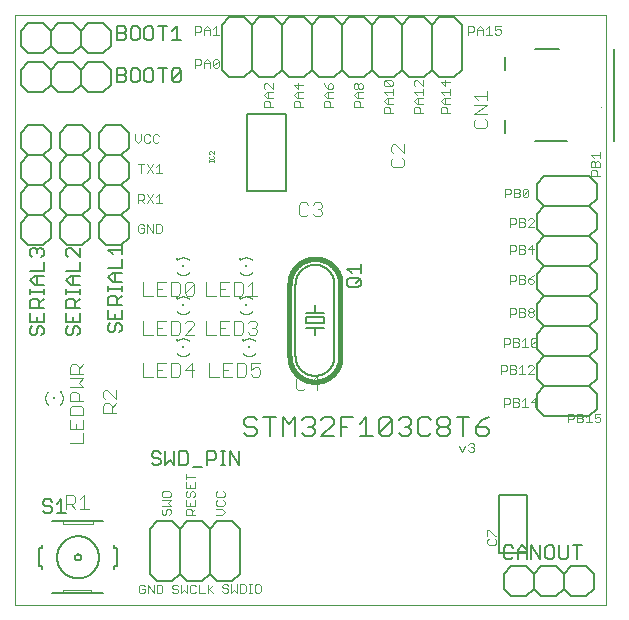
<source format=gto>
G75*
%MOIN*%
%OFA0B0*%
%FSLAX25Y25*%
%IPPOS*%
%LPD*%
%AMOC8*
5,1,8,0,0,1.08239X$1,22.5*
%
%ADD10C,0.00000*%
%ADD11C,0.00300*%
%ADD12C,0.00600*%
%ADD13C,0.00500*%
%ADD14C,0.00400*%
%ADD15C,0.00200*%
%ADD16R,0.00787X0.00787*%
%ADD17R,0.00984X0.00591*%
%ADD18C,0.00800*%
%ADD19C,0.00100*%
%ADD20R,0.00591X0.00984*%
%ADD21C,0.01600*%
D10*
X0002100Y0001100D02*
X0002100Y0197950D01*
X0198950Y0197950D01*
X0198950Y0001100D01*
X0002100Y0001100D01*
D11*
X0043410Y0005534D02*
X0043894Y0005050D01*
X0044862Y0005050D01*
X0045345Y0005534D01*
X0045345Y0006501D01*
X0044378Y0006501D01*
X0043410Y0007469D02*
X0043410Y0005534D01*
X0043410Y0007469D02*
X0043894Y0007952D01*
X0044862Y0007952D01*
X0045345Y0007469D01*
X0046357Y0007952D02*
X0046357Y0005050D01*
X0048292Y0005050D02*
X0046357Y0007952D01*
X0048292Y0007952D02*
X0048292Y0005050D01*
X0049303Y0005050D02*
X0050755Y0005050D01*
X0051238Y0005534D01*
X0051238Y0007469D01*
X0050755Y0007952D01*
X0049303Y0007952D01*
X0049303Y0005050D01*
X0054517Y0005534D02*
X0055001Y0005050D01*
X0055969Y0005050D01*
X0056452Y0005534D01*
X0056452Y0006017D01*
X0055969Y0006501D01*
X0055001Y0006501D01*
X0054517Y0006985D01*
X0054517Y0007469D01*
X0055001Y0007952D01*
X0055969Y0007952D01*
X0056452Y0007469D01*
X0057464Y0007952D02*
X0057464Y0005050D01*
X0058431Y0006017D01*
X0059399Y0005050D01*
X0059399Y0007952D01*
X0060410Y0007469D02*
X0060410Y0005534D01*
X0060894Y0005050D01*
X0061862Y0005050D01*
X0062345Y0005534D01*
X0063357Y0005050D02*
X0065292Y0005050D01*
X0066303Y0005050D02*
X0066303Y0007952D01*
X0066787Y0006501D02*
X0068238Y0005050D01*
X0066303Y0006017D02*
X0068238Y0007952D01*
X0071250Y0007669D02*
X0071250Y0007185D01*
X0071734Y0006701D01*
X0072701Y0006701D01*
X0073185Y0006217D01*
X0073185Y0005734D01*
X0072701Y0005250D01*
X0071734Y0005250D01*
X0071250Y0005734D01*
X0071250Y0007669D02*
X0071734Y0008152D01*
X0072701Y0008152D01*
X0073185Y0007669D01*
X0074197Y0008152D02*
X0074197Y0005250D01*
X0075164Y0006217D01*
X0076131Y0005250D01*
X0076131Y0008152D01*
X0077143Y0008152D02*
X0078594Y0008152D01*
X0079078Y0007669D01*
X0079078Y0005734D01*
X0078594Y0005250D01*
X0077143Y0005250D01*
X0077143Y0008152D01*
X0080090Y0008152D02*
X0081057Y0008152D01*
X0080573Y0008152D02*
X0080573Y0005250D01*
X0080090Y0005250D02*
X0081057Y0005250D01*
X0082054Y0005734D02*
X0082538Y0005250D01*
X0083505Y0005250D01*
X0083989Y0005734D01*
X0083989Y0007669D01*
X0083505Y0008152D01*
X0082538Y0008152D01*
X0082054Y0007669D01*
X0082054Y0005734D01*
X0063357Y0005050D02*
X0063357Y0007952D01*
X0062345Y0007469D02*
X0061862Y0007952D01*
X0060894Y0007952D01*
X0060410Y0007469D01*
X0060983Y0031250D02*
X0060983Y0032701D01*
X0060499Y0033185D01*
X0059531Y0033185D01*
X0059048Y0032701D01*
X0059048Y0031250D01*
X0061950Y0031250D01*
X0060983Y0032217D02*
X0061950Y0033185D01*
X0061950Y0034197D02*
X0059048Y0034197D01*
X0059048Y0036131D01*
X0059531Y0037143D02*
X0060015Y0037143D01*
X0060499Y0037627D01*
X0060499Y0038594D01*
X0060983Y0039078D01*
X0061466Y0039078D01*
X0061950Y0038594D01*
X0061950Y0037627D01*
X0061466Y0037143D01*
X0061950Y0036131D02*
X0061950Y0034197D01*
X0060499Y0034197D02*
X0060499Y0035164D01*
X0059531Y0037143D02*
X0059048Y0037627D01*
X0059048Y0038594D01*
X0059531Y0039078D01*
X0059048Y0040090D02*
X0061950Y0040090D01*
X0061950Y0042025D01*
X0060499Y0041057D02*
X0060499Y0040090D01*
X0059048Y0040090D02*
X0059048Y0042025D01*
X0059048Y0043036D02*
X0059048Y0044971D01*
X0059048Y0044004D02*
X0061950Y0044004D01*
X0053950Y0038594D02*
X0053466Y0039078D01*
X0051531Y0039078D01*
X0051048Y0038594D01*
X0051048Y0037627D01*
X0051531Y0037143D01*
X0053466Y0037143D01*
X0053950Y0037627D01*
X0053950Y0038594D01*
X0053950Y0036131D02*
X0051048Y0036131D01*
X0051048Y0034197D02*
X0053950Y0034197D01*
X0052983Y0035164D01*
X0053950Y0036131D01*
X0053466Y0033185D02*
X0053950Y0032701D01*
X0053950Y0031734D01*
X0053466Y0031250D01*
X0052499Y0031734D02*
X0052499Y0032701D01*
X0052983Y0033185D01*
X0053466Y0033185D01*
X0052499Y0031734D02*
X0052015Y0031250D01*
X0051531Y0031250D01*
X0051048Y0031734D01*
X0051048Y0032701D01*
X0051531Y0033185D01*
X0069048Y0033185D02*
X0070983Y0033185D01*
X0071950Y0032217D01*
X0070983Y0031250D01*
X0069048Y0031250D01*
X0069531Y0034197D02*
X0071466Y0034197D01*
X0071950Y0034680D01*
X0071950Y0035648D01*
X0071466Y0036131D01*
X0071466Y0037143D02*
X0071950Y0037627D01*
X0071950Y0038594D01*
X0071466Y0039078D01*
X0069531Y0039078D02*
X0069048Y0038594D01*
X0069048Y0037627D01*
X0069531Y0037143D01*
X0071466Y0037143D01*
X0069531Y0036131D02*
X0069048Y0035648D01*
X0069048Y0034680D01*
X0069531Y0034197D01*
X0150250Y0054185D02*
X0151217Y0052250D01*
X0152185Y0054185D01*
X0153197Y0054669D02*
X0153680Y0055152D01*
X0154648Y0055152D01*
X0155131Y0054669D01*
X0155131Y0054185D01*
X0154648Y0053701D01*
X0155131Y0053217D01*
X0155131Y0052734D01*
X0154648Y0052250D01*
X0153680Y0052250D01*
X0153197Y0052734D01*
X0154164Y0053701D02*
X0154648Y0053701D01*
X0165250Y0067250D02*
X0165250Y0070152D01*
X0166701Y0070152D01*
X0167185Y0069669D01*
X0167185Y0068701D01*
X0166701Y0068217D01*
X0165250Y0068217D01*
X0168197Y0068701D02*
X0169648Y0068701D01*
X0170131Y0068217D01*
X0170131Y0067734D01*
X0169648Y0067250D01*
X0168197Y0067250D01*
X0168197Y0070152D01*
X0169648Y0070152D01*
X0170131Y0069669D01*
X0170131Y0069185D01*
X0169648Y0068701D01*
X0171143Y0069185D02*
X0172111Y0070152D01*
X0172111Y0067250D01*
X0173078Y0067250D02*
X0171143Y0067250D01*
X0174090Y0068701D02*
X0175541Y0070152D01*
X0175541Y0067250D01*
X0176025Y0068701D02*
X0174090Y0068701D01*
X0175025Y0078250D02*
X0173090Y0078250D01*
X0175025Y0080185D01*
X0175025Y0080669D01*
X0174541Y0081152D01*
X0173573Y0081152D01*
X0173090Y0080669D01*
X0171111Y0081152D02*
X0171111Y0078250D01*
X0172078Y0078250D02*
X0170143Y0078250D01*
X0169131Y0078734D02*
X0168648Y0078250D01*
X0167197Y0078250D01*
X0167197Y0081152D01*
X0168648Y0081152D01*
X0169131Y0080669D01*
X0169131Y0080185D01*
X0168648Y0079701D01*
X0167197Y0079701D01*
X0166185Y0079701D02*
X0165701Y0079217D01*
X0164250Y0079217D01*
X0164250Y0078250D02*
X0164250Y0081152D01*
X0165701Y0081152D01*
X0166185Y0080669D01*
X0166185Y0079701D01*
X0168648Y0079701D02*
X0169131Y0079217D01*
X0169131Y0078734D01*
X0170143Y0080185D02*
X0171111Y0081152D01*
X0171143Y0087250D02*
X0173078Y0087250D01*
X0172111Y0087250D02*
X0172111Y0090152D01*
X0171143Y0089185D01*
X0170131Y0089185D02*
X0169648Y0088701D01*
X0168197Y0088701D01*
X0167185Y0088701D02*
X0167185Y0089669D01*
X0166701Y0090152D01*
X0165250Y0090152D01*
X0165250Y0087250D01*
X0165250Y0088217D02*
X0166701Y0088217D01*
X0167185Y0088701D01*
X0168197Y0087250D02*
X0169648Y0087250D01*
X0170131Y0087734D01*
X0170131Y0088217D01*
X0169648Y0088701D01*
X0170131Y0089185D02*
X0170131Y0089669D01*
X0169648Y0090152D01*
X0168197Y0090152D01*
X0168197Y0087250D01*
X0174090Y0087734D02*
X0174573Y0087250D01*
X0175541Y0087250D01*
X0176025Y0087734D01*
X0176025Y0089669D01*
X0174090Y0087734D01*
X0174090Y0089669D01*
X0174573Y0090152D01*
X0175541Y0090152D01*
X0176025Y0089669D01*
X0174594Y0097250D02*
X0173627Y0097250D01*
X0173143Y0097734D01*
X0173143Y0098217D01*
X0173627Y0098701D01*
X0174594Y0098701D01*
X0175078Y0098217D01*
X0175078Y0097734D01*
X0174594Y0097250D01*
X0174594Y0098701D02*
X0175078Y0099185D01*
X0175078Y0099669D01*
X0174594Y0100152D01*
X0173627Y0100152D01*
X0173143Y0099669D01*
X0173143Y0099185D01*
X0173627Y0098701D01*
X0172131Y0098217D02*
X0172131Y0097734D01*
X0171648Y0097250D01*
X0170197Y0097250D01*
X0170197Y0100152D01*
X0171648Y0100152D01*
X0172131Y0099669D01*
X0172131Y0099185D01*
X0171648Y0098701D01*
X0170197Y0098701D01*
X0169185Y0098701D02*
X0169185Y0099669D01*
X0168701Y0100152D01*
X0167250Y0100152D01*
X0167250Y0097250D01*
X0167250Y0098217D02*
X0168701Y0098217D01*
X0169185Y0098701D01*
X0171648Y0098701D02*
X0172131Y0098217D01*
X0171648Y0108250D02*
X0170197Y0108250D01*
X0170197Y0111152D01*
X0171648Y0111152D01*
X0172131Y0110669D01*
X0172131Y0110185D01*
X0171648Y0109701D01*
X0170197Y0109701D01*
X0169185Y0109701D02*
X0168701Y0109217D01*
X0167250Y0109217D01*
X0167250Y0108250D02*
X0167250Y0111152D01*
X0168701Y0111152D01*
X0169185Y0110669D01*
X0169185Y0109701D01*
X0171648Y0109701D02*
X0172131Y0109217D01*
X0172131Y0108734D01*
X0171648Y0108250D01*
X0173143Y0108734D02*
X0173143Y0109701D01*
X0174594Y0109701D01*
X0175078Y0109217D01*
X0175078Y0108734D01*
X0174594Y0108250D01*
X0173627Y0108250D01*
X0173143Y0108734D01*
X0173143Y0109701D02*
X0174111Y0110669D01*
X0175078Y0111152D01*
X0174594Y0118250D02*
X0174594Y0121152D01*
X0173143Y0119701D01*
X0175078Y0119701D01*
X0172131Y0119217D02*
X0172131Y0118734D01*
X0171648Y0118250D01*
X0170197Y0118250D01*
X0170197Y0121152D01*
X0171648Y0121152D01*
X0172131Y0120669D01*
X0172131Y0120185D01*
X0171648Y0119701D01*
X0170197Y0119701D01*
X0169185Y0119701D02*
X0168701Y0119217D01*
X0167250Y0119217D01*
X0167250Y0118250D02*
X0167250Y0121152D01*
X0168701Y0121152D01*
X0169185Y0120669D01*
X0169185Y0119701D01*
X0171648Y0119701D02*
X0172131Y0119217D01*
X0171648Y0127250D02*
X0170197Y0127250D01*
X0170197Y0130152D01*
X0171648Y0130152D01*
X0172131Y0129669D01*
X0172131Y0129185D01*
X0171648Y0128701D01*
X0170197Y0128701D01*
X0169185Y0128701D02*
X0169185Y0129669D01*
X0168701Y0130152D01*
X0167250Y0130152D01*
X0167250Y0127250D01*
X0167250Y0128217D02*
X0168701Y0128217D01*
X0169185Y0128701D01*
X0171648Y0128701D02*
X0172131Y0128217D01*
X0172131Y0127734D01*
X0171648Y0127250D01*
X0173143Y0127250D02*
X0175078Y0129185D01*
X0175078Y0129669D01*
X0174594Y0130152D01*
X0173627Y0130152D01*
X0173143Y0129669D01*
X0173143Y0127250D02*
X0175078Y0127250D01*
X0172755Y0137050D02*
X0171787Y0137050D01*
X0171303Y0137534D01*
X0173238Y0139469D01*
X0173238Y0137534D01*
X0172755Y0137050D01*
X0171303Y0137534D02*
X0171303Y0139469D01*
X0171787Y0139952D01*
X0172755Y0139952D01*
X0173238Y0139469D01*
X0170292Y0139469D02*
X0170292Y0138985D01*
X0169808Y0138501D01*
X0168357Y0138501D01*
X0167345Y0138501D02*
X0167345Y0139469D01*
X0166862Y0139952D01*
X0165410Y0139952D01*
X0165410Y0137050D01*
X0165410Y0138017D02*
X0166862Y0138017D01*
X0167345Y0138501D01*
X0168357Y0137050D02*
X0169808Y0137050D01*
X0170292Y0137534D01*
X0170292Y0138017D01*
X0169808Y0138501D01*
X0170292Y0139469D02*
X0169808Y0139952D01*
X0168357Y0139952D01*
X0168357Y0137050D01*
X0194048Y0144250D02*
X0194048Y0145701D01*
X0194531Y0146185D01*
X0195499Y0146185D01*
X0195983Y0145701D01*
X0195983Y0144250D01*
X0196950Y0144250D02*
X0194048Y0144250D01*
X0194048Y0147197D02*
X0194048Y0148648D01*
X0194531Y0149131D01*
X0195015Y0149131D01*
X0195499Y0148648D01*
X0195499Y0147197D01*
X0195499Y0148648D02*
X0195983Y0149131D01*
X0196466Y0149131D01*
X0196950Y0148648D01*
X0196950Y0147197D01*
X0194048Y0147197D01*
X0195015Y0150143D02*
X0194048Y0151111D01*
X0196950Y0151111D01*
X0196950Y0152078D02*
X0196950Y0150143D01*
X0163541Y0191250D02*
X0162573Y0191250D01*
X0162090Y0191734D01*
X0162090Y0192701D02*
X0163057Y0193185D01*
X0163541Y0193185D01*
X0164025Y0192701D01*
X0164025Y0191734D01*
X0163541Y0191250D01*
X0162090Y0192701D02*
X0162090Y0194152D01*
X0164025Y0194152D01*
X0160111Y0194152D02*
X0160111Y0191250D01*
X0161078Y0191250D02*
X0159143Y0191250D01*
X0158131Y0191250D02*
X0158131Y0193185D01*
X0157164Y0194152D01*
X0156197Y0193185D01*
X0156197Y0191250D01*
X0156197Y0192701D02*
X0158131Y0192701D01*
X0159143Y0193185D02*
X0160111Y0194152D01*
X0155185Y0193669D02*
X0155185Y0192701D01*
X0154701Y0192217D01*
X0153250Y0192217D01*
X0153250Y0191250D02*
X0153250Y0194152D01*
X0154701Y0194152D01*
X0155185Y0193669D01*
X0146950Y0175541D02*
X0144048Y0175541D01*
X0145499Y0174090D01*
X0145499Y0176025D01*
X0146950Y0173078D02*
X0146950Y0171143D01*
X0146950Y0172111D02*
X0144048Y0172111D01*
X0145015Y0171143D01*
X0145015Y0170131D02*
X0146950Y0170131D01*
X0145499Y0170131D02*
X0145499Y0168197D01*
X0145015Y0168197D02*
X0144048Y0169164D01*
X0145015Y0170131D01*
X0145015Y0168197D02*
X0146950Y0168197D01*
X0145499Y0167185D02*
X0144531Y0167185D01*
X0144048Y0166701D01*
X0144048Y0165250D01*
X0146950Y0165250D01*
X0145983Y0165250D02*
X0145983Y0166701D01*
X0145499Y0167185D01*
X0137950Y0168197D02*
X0136015Y0168197D01*
X0135048Y0169164D01*
X0136015Y0170131D01*
X0137950Y0170131D01*
X0137950Y0171143D02*
X0137950Y0173078D01*
X0137950Y0172111D02*
X0135048Y0172111D01*
X0136015Y0171143D01*
X0136499Y0170131D02*
X0136499Y0168197D01*
X0136499Y0167185D02*
X0136983Y0166701D01*
X0136983Y0165250D01*
X0137950Y0165250D02*
X0135048Y0165250D01*
X0135048Y0166701D01*
X0135531Y0167185D01*
X0136499Y0167185D01*
X0135531Y0174090D02*
X0135048Y0174573D01*
X0135048Y0175541D01*
X0135531Y0176025D01*
X0136015Y0176025D01*
X0137950Y0174090D01*
X0137950Y0176025D01*
X0127950Y0175541D02*
X0127950Y0174573D01*
X0127466Y0174090D01*
X0125531Y0176025D01*
X0127466Y0176025D01*
X0127950Y0175541D01*
X0127466Y0174090D02*
X0125531Y0174090D01*
X0125048Y0174573D01*
X0125048Y0175541D01*
X0125531Y0176025D01*
X0127950Y0173078D02*
X0127950Y0171143D01*
X0127950Y0172111D02*
X0125048Y0172111D01*
X0126015Y0171143D01*
X0126015Y0170131D02*
X0127950Y0170131D01*
X0126499Y0170131D02*
X0126499Y0168197D01*
X0126015Y0168197D02*
X0127950Y0168197D01*
X0126499Y0167185D02*
X0125531Y0167185D01*
X0125048Y0166701D01*
X0125048Y0165250D01*
X0127950Y0165250D01*
X0126983Y0165250D02*
X0126983Y0166701D01*
X0126499Y0167185D01*
X0126015Y0168197D02*
X0125048Y0169164D01*
X0126015Y0170131D01*
X0117950Y0170197D02*
X0116015Y0170197D01*
X0115048Y0171164D01*
X0116015Y0172131D01*
X0117950Y0172131D01*
X0117466Y0173143D02*
X0116983Y0173143D01*
X0116499Y0173627D01*
X0116499Y0174594D01*
X0116983Y0175078D01*
X0117466Y0175078D01*
X0117950Y0174594D01*
X0117950Y0173627D01*
X0117466Y0173143D01*
X0116499Y0173627D02*
X0116015Y0173143D01*
X0115531Y0173143D01*
X0115048Y0173627D01*
X0115048Y0174594D01*
X0115531Y0175078D01*
X0116015Y0175078D01*
X0116499Y0174594D01*
X0116499Y0172131D02*
X0116499Y0170197D01*
X0116499Y0169185D02*
X0115531Y0169185D01*
X0115048Y0168701D01*
X0115048Y0167250D01*
X0117950Y0167250D01*
X0116983Y0167250D02*
X0116983Y0168701D01*
X0116499Y0169185D01*
X0107950Y0170197D02*
X0106015Y0170197D01*
X0105048Y0171164D01*
X0106015Y0172131D01*
X0107950Y0172131D01*
X0107466Y0173143D02*
X0107950Y0173627D01*
X0107950Y0174594D01*
X0107466Y0175078D01*
X0106983Y0175078D01*
X0106499Y0174594D01*
X0106499Y0173143D01*
X0107466Y0173143D01*
X0106499Y0173143D02*
X0105531Y0174111D01*
X0105048Y0175078D01*
X0106499Y0172131D02*
X0106499Y0170197D01*
X0106499Y0169185D02*
X0105531Y0169185D01*
X0105048Y0168701D01*
X0105048Y0167250D01*
X0107950Y0167250D01*
X0106983Y0167250D02*
X0106983Y0168701D01*
X0106499Y0169185D01*
X0097950Y0170197D02*
X0096015Y0170197D01*
X0095048Y0171164D01*
X0096015Y0172131D01*
X0097950Y0172131D01*
X0096499Y0172131D02*
X0096499Y0170197D01*
X0096499Y0169185D02*
X0096983Y0168701D01*
X0096983Y0167250D01*
X0097950Y0167250D02*
X0095048Y0167250D01*
X0095048Y0168701D01*
X0095531Y0169185D01*
X0096499Y0169185D01*
X0096499Y0173143D02*
X0096499Y0175078D01*
X0097950Y0174594D02*
X0095048Y0174594D01*
X0096499Y0173143D01*
X0087950Y0173143D02*
X0086015Y0175078D01*
X0085531Y0175078D01*
X0085048Y0174594D01*
X0085048Y0173627D01*
X0085531Y0173143D01*
X0086015Y0172131D02*
X0087950Y0172131D01*
X0087950Y0173143D02*
X0087950Y0175078D01*
X0086499Y0172131D02*
X0086499Y0170197D01*
X0086015Y0170197D02*
X0085048Y0171164D01*
X0086015Y0172131D01*
X0086015Y0170197D02*
X0087950Y0170197D01*
X0086499Y0169185D02*
X0086983Y0168701D01*
X0086983Y0167250D01*
X0087950Y0167250D02*
X0085048Y0167250D01*
X0085048Y0168701D01*
X0085531Y0169185D01*
X0086499Y0169185D01*
X0070078Y0180734D02*
X0069594Y0180250D01*
X0068627Y0180250D01*
X0068143Y0180734D01*
X0070078Y0182669D01*
X0070078Y0180734D01*
X0070078Y0182669D02*
X0069594Y0183152D01*
X0068627Y0183152D01*
X0068143Y0182669D01*
X0068143Y0180734D01*
X0067131Y0180250D02*
X0067131Y0182185D01*
X0066164Y0183152D01*
X0065197Y0182185D01*
X0065197Y0180250D01*
X0065197Y0181701D02*
X0067131Y0181701D01*
X0064185Y0181701D02*
X0063701Y0181217D01*
X0062250Y0181217D01*
X0062250Y0180250D02*
X0062250Y0183152D01*
X0063701Y0183152D01*
X0064185Y0182669D01*
X0064185Y0181701D01*
X0065197Y0191250D02*
X0065197Y0193185D01*
X0066164Y0194152D01*
X0067131Y0193185D01*
X0067131Y0191250D01*
X0068143Y0191250D02*
X0070078Y0191250D01*
X0069111Y0191250D02*
X0069111Y0194152D01*
X0068143Y0193185D01*
X0067131Y0192701D02*
X0065197Y0192701D01*
X0064185Y0192701D02*
X0064185Y0193669D01*
X0063701Y0194152D01*
X0062250Y0194152D01*
X0062250Y0191250D01*
X0062250Y0192217D02*
X0063701Y0192217D01*
X0064185Y0192701D01*
X0049594Y0158152D02*
X0048627Y0158152D01*
X0048143Y0157669D01*
X0048143Y0155734D01*
X0048627Y0155250D01*
X0049594Y0155250D01*
X0050078Y0155734D01*
X0050078Y0157669D02*
X0049594Y0158152D01*
X0047131Y0157669D02*
X0046648Y0158152D01*
X0045680Y0158152D01*
X0045197Y0157669D01*
X0045197Y0155734D01*
X0045680Y0155250D01*
X0046648Y0155250D01*
X0047131Y0155734D01*
X0044185Y0156217D02*
X0044185Y0158152D01*
X0044185Y0156217D02*
X0043217Y0155250D01*
X0042250Y0156217D01*
X0042250Y0158152D01*
X0043250Y0148152D02*
X0045185Y0148152D01*
X0044217Y0148152D02*
X0044217Y0145250D01*
X0046197Y0145250D02*
X0048131Y0148152D01*
X0049143Y0147185D02*
X0050111Y0148152D01*
X0050111Y0145250D01*
X0051078Y0145250D02*
X0049143Y0145250D01*
X0048131Y0145250D02*
X0046197Y0148152D01*
X0046197Y0138152D02*
X0048131Y0135250D01*
X0049143Y0135250D02*
X0051078Y0135250D01*
X0050111Y0135250D02*
X0050111Y0138152D01*
X0049143Y0137185D01*
X0048131Y0138152D02*
X0046197Y0135250D01*
X0045185Y0135250D02*
X0044217Y0136217D01*
X0044701Y0136217D02*
X0043250Y0136217D01*
X0043250Y0135250D02*
X0043250Y0138152D01*
X0044701Y0138152D01*
X0045185Y0137669D01*
X0045185Y0136701D01*
X0044701Y0136217D01*
X0044701Y0128152D02*
X0043734Y0128152D01*
X0043250Y0127669D01*
X0043250Y0125734D01*
X0043734Y0125250D01*
X0044701Y0125250D01*
X0045185Y0125734D01*
X0045185Y0126701D01*
X0044217Y0126701D01*
X0045185Y0127669D02*
X0044701Y0128152D01*
X0046197Y0128152D02*
X0048131Y0125250D01*
X0048131Y0128152D01*
X0049143Y0128152D02*
X0050594Y0128152D01*
X0051078Y0127669D01*
X0051078Y0125734D01*
X0050594Y0125250D01*
X0049143Y0125250D01*
X0049143Y0128152D01*
X0046197Y0128152D02*
X0046197Y0125250D01*
X0159548Y0026131D02*
X0159548Y0024197D01*
X0160031Y0023185D02*
X0159548Y0022701D01*
X0159548Y0021734D01*
X0160031Y0021250D01*
X0161966Y0021250D01*
X0162450Y0021734D01*
X0162450Y0022701D01*
X0161966Y0023185D01*
X0161966Y0024197D02*
X0162450Y0024197D01*
X0161966Y0024197D02*
X0160031Y0026131D01*
X0159548Y0026131D01*
X0186464Y0062050D02*
X0186464Y0064952D01*
X0187915Y0064952D01*
X0188399Y0064469D01*
X0188399Y0063501D01*
X0187915Y0063017D01*
X0186464Y0063017D01*
X0189410Y0063501D02*
X0190862Y0063501D01*
X0191345Y0063017D01*
X0191345Y0062534D01*
X0190862Y0062050D01*
X0189410Y0062050D01*
X0189410Y0064952D01*
X0190862Y0064952D01*
X0191345Y0064469D01*
X0191345Y0063985D01*
X0190862Y0063501D01*
X0192357Y0063985D02*
X0193324Y0064952D01*
X0193324Y0062050D01*
X0192357Y0062050D02*
X0194292Y0062050D01*
X0195303Y0062534D02*
X0195787Y0062050D01*
X0196755Y0062050D01*
X0197238Y0062534D01*
X0197238Y0063501D01*
X0196755Y0063985D01*
X0196271Y0063985D01*
X0195303Y0063501D01*
X0195303Y0064952D01*
X0197238Y0064952D01*
D12*
X0196100Y0066600D02*
X0193600Y0064100D01*
X0178600Y0064100D01*
X0176100Y0066600D01*
X0176100Y0071600D01*
X0178600Y0074100D01*
X0193600Y0074100D01*
X0196100Y0071600D01*
X0196100Y0066600D01*
X0193600Y0074100D02*
X0196100Y0076600D01*
X0196100Y0081600D01*
X0193600Y0084100D01*
X0178600Y0084100D01*
X0176100Y0081600D01*
X0176100Y0076600D01*
X0178600Y0074100D01*
X0178600Y0084100D02*
X0176100Y0086600D01*
X0176100Y0091600D01*
X0178600Y0094100D01*
X0193600Y0094100D01*
X0196100Y0091600D01*
X0196100Y0086600D01*
X0193600Y0084100D01*
X0193600Y0094100D02*
X0196100Y0096600D01*
X0196100Y0101600D01*
X0193600Y0104100D01*
X0178600Y0104100D01*
X0176100Y0101600D01*
X0176100Y0096600D01*
X0178600Y0094100D01*
X0178600Y0104100D02*
X0176100Y0106600D01*
X0176100Y0111600D01*
X0178600Y0114100D01*
X0193600Y0114100D01*
X0196100Y0111600D01*
X0196100Y0106600D01*
X0193600Y0104100D01*
X0193600Y0114100D02*
X0196100Y0116600D01*
X0196100Y0121600D01*
X0193600Y0124100D01*
X0178600Y0124100D01*
X0176100Y0121600D01*
X0176100Y0116600D01*
X0178600Y0114100D01*
X0178600Y0124100D02*
X0176100Y0126600D01*
X0176100Y0131600D01*
X0178600Y0134100D01*
X0193600Y0134100D01*
X0196100Y0131600D01*
X0196100Y0126600D01*
X0193600Y0124100D01*
X0193600Y0134100D02*
X0196100Y0136600D01*
X0196100Y0141600D01*
X0193600Y0144100D01*
X0178600Y0144100D01*
X0176100Y0141600D01*
X0176100Y0136600D01*
X0178600Y0134100D01*
X0148600Y0177100D02*
X0143600Y0177100D01*
X0141100Y0179600D01*
X0141100Y0194600D01*
X0143600Y0197100D01*
X0148600Y0197100D01*
X0151100Y0194600D01*
X0151100Y0179600D01*
X0148600Y0177100D01*
X0141100Y0179600D02*
X0138600Y0177100D01*
X0133600Y0177100D01*
X0131100Y0179600D01*
X0131100Y0194600D01*
X0133600Y0197100D01*
X0138600Y0197100D01*
X0141100Y0194600D01*
X0131100Y0194600D02*
X0128600Y0197100D01*
X0123600Y0197100D01*
X0121100Y0194600D01*
X0121100Y0179600D01*
X0123600Y0177100D01*
X0128600Y0177100D01*
X0131100Y0179600D01*
X0121100Y0179600D02*
X0118600Y0177100D01*
X0113600Y0177100D01*
X0111100Y0179600D01*
X0111100Y0194600D01*
X0113600Y0197100D01*
X0118600Y0197100D01*
X0121100Y0194600D01*
X0111100Y0194600D02*
X0108600Y0197100D01*
X0103600Y0197100D01*
X0101100Y0194600D01*
X0101100Y0179600D01*
X0103600Y0177100D01*
X0108600Y0177100D01*
X0111100Y0179600D01*
X0101100Y0179600D02*
X0098600Y0177100D01*
X0093600Y0177100D01*
X0091100Y0179600D01*
X0091100Y0194600D01*
X0093600Y0197100D01*
X0098600Y0197100D01*
X0101100Y0194600D01*
X0091100Y0194600D02*
X0088600Y0197100D01*
X0083600Y0197100D01*
X0081100Y0194600D01*
X0081100Y0179600D01*
X0083600Y0177100D01*
X0088600Y0177100D01*
X0091100Y0179600D01*
X0081100Y0179600D02*
X0078600Y0177100D01*
X0073600Y0177100D01*
X0071100Y0179600D01*
X0071100Y0194600D01*
X0073600Y0197100D01*
X0078600Y0197100D01*
X0081100Y0194600D01*
X0040100Y0158600D02*
X0040100Y0153600D01*
X0037600Y0151100D01*
X0040100Y0148600D01*
X0040100Y0143600D01*
X0037600Y0141100D01*
X0040100Y0138600D01*
X0040100Y0133600D01*
X0037600Y0131100D01*
X0040100Y0128600D01*
X0040100Y0123600D01*
X0037600Y0121100D01*
X0032600Y0121100D01*
X0030100Y0123600D01*
X0030100Y0128600D01*
X0032600Y0131100D01*
X0030100Y0133600D01*
X0030100Y0138600D01*
X0032600Y0141100D01*
X0037600Y0141100D01*
X0032600Y0141100D02*
X0030100Y0143600D01*
X0030100Y0148600D01*
X0032600Y0151100D01*
X0030100Y0153600D01*
X0030100Y0158600D01*
X0032600Y0161100D01*
X0037600Y0161100D01*
X0040100Y0158600D01*
X0037600Y0151100D02*
X0032600Y0151100D01*
X0027100Y0153600D02*
X0027100Y0158600D01*
X0024600Y0161100D01*
X0019600Y0161100D01*
X0017100Y0158600D01*
X0017100Y0153600D01*
X0019600Y0151100D01*
X0024600Y0151100D01*
X0027100Y0153600D01*
X0024600Y0151100D02*
X0027100Y0148600D01*
X0027100Y0143600D01*
X0024600Y0141100D01*
X0027100Y0138600D01*
X0027100Y0133600D01*
X0024600Y0131100D01*
X0027100Y0128600D01*
X0027100Y0123600D01*
X0024600Y0121100D01*
X0019600Y0121100D01*
X0017100Y0123600D01*
X0017100Y0128600D01*
X0019600Y0131100D01*
X0017100Y0133600D01*
X0017100Y0138600D01*
X0019600Y0141100D01*
X0024600Y0141100D01*
X0019600Y0141100D02*
X0017100Y0143600D01*
X0017100Y0148600D01*
X0019600Y0151100D01*
X0014100Y0148600D02*
X0014100Y0143600D01*
X0011600Y0141100D01*
X0014100Y0138600D01*
X0014100Y0133600D01*
X0011600Y0131100D01*
X0014100Y0128600D01*
X0014100Y0123600D01*
X0011600Y0121100D01*
X0006600Y0121100D01*
X0004100Y0123600D01*
X0004100Y0128600D01*
X0006600Y0131100D01*
X0004100Y0133600D01*
X0004100Y0138600D01*
X0006600Y0141100D01*
X0011600Y0141100D01*
X0006600Y0141100D02*
X0004100Y0143600D01*
X0004100Y0148600D01*
X0006600Y0151100D01*
X0004100Y0153600D01*
X0004100Y0158600D01*
X0006600Y0161100D01*
X0011600Y0161100D01*
X0014100Y0158600D01*
X0014100Y0153600D01*
X0011600Y0151100D01*
X0014100Y0148600D01*
X0011600Y0151100D02*
X0006600Y0151100D01*
X0006600Y0131100D02*
X0011600Y0131100D01*
X0019600Y0131100D02*
X0024600Y0131100D01*
X0032600Y0131100D02*
X0037600Y0131100D01*
X0031600Y0172100D02*
X0026600Y0172100D01*
X0024100Y0174600D01*
X0021600Y0172100D01*
X0016600Y0172100D01*
X0014100Y0174600D01*
X0011600Y0172100D01*
X0006600Y0172100D01*
X0004100Y0174600D01*
X0004100Y0179600D01*
X0006600Y0182100D01*
X0011600Y0182100D01*
X0014100Y0179600D01*
X0016600Y0182100D01*
X0021600Y0182100D01*
X0024100Y0179600D01*
X0026600Y0182100D01*
X0031600Y0182100D01*
X0034100Y0179600D01*
X0034100Y0174600D01*
X0031600Y0172100D01*
X0024100Y0174600D02*
X0024100Y0179600D01*
X0021600Y0185100D02*
X0016600Y0185100D01*
X0014100Y0187600D01*
X0011600Y0185100D01*
X0006600Y0185100D01*
X0004100Y0187600D01*
X0004100Y0192600D01*
X0006600Y0195100D01*
X0011600Y0195100D01*
X0014100Y0192600D01*
X0016600Y0195100D01*
X0021600Y0195100D01*
X0024100Y0192600D01*
X0026600Y0195100D01*
X0031600Y0195100D01*
X0034100Y0192600D01*
X0034100Y0187600D01*
X0031600Y0185100D01*
X0026600Y0185100D01*
X0024100Y0187600D01*
X0021600Y0185100D01*
X0024100Y0187600D02*
X0024100Y0192600D01*
X0014100Y0192600D02*
X0014100Y0187600D01*
X0014100Y0179600D02*
X0014100Y0174600D01*
X0095600Y0108100D02*
X0095600Y0084100D01*
X0095602Y0083940D01*
X0095608Y0083781D01*
X0095618Y0083622D01*
X0095631Y0083463D01*
X0095649Y0083304D01*
X0095670Y0083146D01*
X0095696Y0082989D01*
X0095725Y0082832D01*
X0095758Y0082676D01*
X0095795Y0082521D01*
X0095835Y0082366D01*
X0095880Y0082213D01*
X0095928Y0082061D01*
X0095980Y0081910D01*
X0096036Y0081761D01*
X0096095Y0081613D01*
X0096158Y0081466D01*
X0096224Y0081321D01*
X0096294Y0081178D01*
X0096368Y0081036D01*
X0096444Y0080896D01*
X0096525Y0080758D01*
X0096608Y0080623D01*
X0096695Y0080489D01*
X0096786Y0080357D01*
X0096879Y0080228D01*
X0096976Y0080101D01*
X0097075Y0079976D01*
X0097178Y0079854D01*
X0097284Y0079735D01*
X0097392Y0079618D01*
X0097504Y0079504D01*
X0097618Y0079392D01*
X0097735Y0079284D01*
X0097854Y0079178D01*
X0097976Y0079075D01*
X0098101Y0078976D01*
X0098228Y0078879D01*
X0098357Y0078786D01*
X0098489Y0078695D01*
X0098623Y0078608D01*
X0098758Y0078525D01*
X0098896Y0078444D01*
X0099036Y0078368D01*
X0099178Y0078294D01*
X0099321Y0078224D01*
X0099466Y0078158D01*
X0099613Y0078095D01*
X0099761Y0078036D01*
X0099910Y0077980D01*
X0100061Y0077928D01*
X0100213Y0077880D01*
X0100366Y0077835D01*
X0100521Y0077795D01*
X0100676Y0077758D01*
X0100832Y0077725D01*
X0100989Y0077696D01*
X0101146Y0077670D01*
X0101304Y0077649D01*
X0101463Y0077631D01*
X0101622Y0077618D01*
X0101781Y0077608D01*
X0101940Y0077602D01*
X0102100Y0077600D01*
X0102260Y0077602D01*
X0102419Y0077608D01*
X0102578Y0077618D01*
X0102737Y0077631D01*
X0102896Y0077649D01*
X0103054Y0077670D01*
X0103211Y0077696D01*
X0103368Y0077725D01*
X0103524Y0077758D01*
X0103679Y0077795D01*
X0103834Y0077835D01*
X0103987Y0077880D01*
X0104139Y0077928D01*
X0104290Y0077980D01*
X0104439Y0078036D01*
X0104587Y0078095D01*
X0104734Y0078158D01*
X0104879Y0078224D01*
X0105022Y0078294D01*
X0105164Y0078368D01*
X0105304Y0078444D01*
X0105442Y0078525D01*
X0105577Y0078608D01*
X0105711Y0078695D01*
X0105843Y0078786D01*
X0105972Y0078879D01*
X0106099Y0078976D01*
X0106224Y0079075D01*
X0106346Y0079178D01*
X0106465Y0079284D01*
X0106582Y0079392D01*
X0106696Y0079504D01*
X0106808Y0079618D01*
X0106916Y0079735D01*
X0107022Y0079854D01*
X0107125Y0079976D01*
X0107224Y0080101D01*
X0107321Y0080228D01*
X0107414Y0080357D01*
X0107505Y0080489D01*
X0107592Y0080623D01*
X0107675Y0080758D01*
X0107756Y0080896D01*
X0107832Y0081036D01*
X0107906Y0081178D01*
X0107976Y0081321D01*
X0108042Y0081466D01*
X0108105Y0081613D01*
X0108164Y0081761D01*
X0108220Y0081910D01*
X0108272Y0082061D01*
X0108320Y0082213D01*
X0108365Y0082366D01*
X0108405Y0082521D01*
X0108442Y0082676D01*
X0108475Y0082832D01*
X0108504Y0082989D01*
X0108530Y0083146D01*
X0108551Y0083304D01*
X0108569Y0083463D01*
X0108582Y0083622D01*
X0108592Y0083781D01*
X0108598Y0083940D01*
X0108600Y0084100D01*
X0108600Y0108100D01*
X0108598Y0108260D01*
X0108592Y0108419D01*
X0108582Y0108578D01*
X0108569Y0108737D01*
X0108551Y0108896D01*
X0108530Y0109054D01*
X0108504Y0109211D01*
X0108475Y0109368D01*
X0108442Y0109524D01*
X0108405Y0109679D01*
X0108365Y0109834D01*
X0108320Y0109987D01*
X0108272Y0110139D01*
X0108220Y0110290D01*
X0108164Y0110439D01*
X0108105Y0110587D01*
X0108042Y0110734D01*
X0107976Y0110879D01*
X0107906Y0111022D01*
X0107832Y0111164D01*
X0107756Y0111304D01*
X0107675Y0111442D01*
X0107592Y0111577D01*
X0107505Y0111711D01*
X0107414Y0111843D01*
X0107321Y0111972D01*
X0107224Y0112099D01*
X0107125Y0112224D01*
X0107022Y0112346D01*
X0106916Y0112465D01*
X0106808Y0112582D01*
X0106696Y0112696D01*
X0106582Y0112808D01*
X0106465Y0112916D01*
X0106346Y0113022D01*
X0106224Y0113125D01*
X0106099Y0113224D01*
X0105972Y0113321D01*
X0105843Y0113414D01*
X0105711Y0113505D01*
X0105577Y0113592D01*
X0105442Y0113675D01*
X0105304Y0113756D01*
X0105164Y0113832D01*
X0105022Y0113906D01*
X0104879Y0113976D01*
X0104734Y0114042D01*
X0104587Y0114105D01*
X0104439Y0114164D01*
X0104290Y0114220D01*
X0104139Y0114272D01*
X0103987Y0114320D01*
X0103834Y0114365D01*
X0103679Y0114405D01*
X0103524Y0114442D01*
X0103368Y0114475D01*
X0103211Y0114504D01*
X0103054Y0114530D01*
X0102896Y0114551D01*
X0102737Y0114569D01*
X0102578Y0114582D01*
X0102419Y0114592D01*
X0102260Y0114598D01*
X0102100Y0114600D01*
X0101940Y0114598D01*
X0101781Y0114592D01*
X0101622Y0114582D01*
X0101463Y0114569D01*
X0101304Y0114551D01*
X0101146Y0114530D01*
X0100989Y0114504D01*
X0100832Y0114475D01*
X0100676Y0114442D01*
X0100521Y0114405D01*
X0100366Y0114365D01*
X0100213Y0114320D01*
X0100061Y0114272D01*
X0099910Y0114220D01*
X0099761Y0114164D01*
X0099613Y0114105D01*
X0099466Y0114042D01*
X0099321Y0113976D01*
X0099178Y0113906D01*
X0099036Y0113832D01*
X0098896Y0113756D01*
X0098758Y0113675D01*
X0098623Y0113592D01*
X0098489Y0113505D01*
X0098357Y0113414D01*
X0098228Y0113321D01*
X0098101Y0113224D01*
X0097976Y0113125D01*
X0097854Y0113022D01*
X0097735Y0112916D01*
X0097618Y0112808D01*
X0097504Y0112696D01*
X0097392Y0112582D01*
X0097284Y0112465D01*
X0097178Y0112346D01*
X0097075Y0112224D01*
X0096976Y0112099D01*
X0096879Y0111972D01*
X0096786Y0111843D01*
X0096695Y0111711D01*
X0096608Y0111577D01*
X0096525Y0111442D01*
X0096444Y0111304D01*
X0096368Y0111164D01*
X0096294Y0111022D01*
X0096224Y0110879D01*
X0096158Y0110734D01*
X0096095Y0110587D01*
X0096036Y0110439D01*
X0095980Y0110290D01*
X0095928Y0110139D01*
X0095880Y0109987D01*
X0095835Y0109834D01*
X0095795Y0109679D01*
X0095758Y0109524D01*
X0095725Y0109368D01*
X0095696Y0109211D01*
X0095670Y0109054D01*
X0095649Y0108896D01*
X0095631Y0108737D01*
X0095618Y0108578D01*
X0095608Y0108419D01*
X0095602Y0108260D01*
X0095600Y0108100D01*
X0102100Y0101100D02*
X0102100Y0098600D01*
X0099100Y0098600D01*
X0099100Y0097100D02*
X0105100Y0097100D01*
X0105100Y0095100D01*
X0099100Y0095100D01*
X0099100Y0097100D01*
X0102100Y0098600D02*
X0105100Y0098600D01*
X0105100Y0093600D02*
X0102100Y0093600D01*
X0102100Y0091100D01*
X0102100Y0093600D02*
X0099100Y0093600D01*
X0098804Y0063805D02*
X0100939Y0063805D01*
X0102007Y0062738D01*
X0102007Y0061670D01*
X0100939Y0060603D01*
X0102007Y0059535D01*
X0102007Y0058468D01*
X0100939Y0057400D01*
X0098804Y0057400D01*
X0097736Y0058468D01*
X0095561Y0057400D02*
X0095561Y0063805D01*
X0093426Y0061670D01*
X0091291Y0063805D01*
X0091291Y0057400D01*
X0086981Y0057400D02*
X0086981Y0063805D01*
X0089116Y0063805D02*
X0084845Y0063805D01*
X0082670Y0062738D02*
X0081603Y0063805D01*
X0079468Y0063805D01*
X0078400Y0062738D01*
X0078400Y0061670D01*
X0079468Y0060603D01*
X0081603Y0060603D01*
X0082670Y0059535D01*
X0082670Y0058468D01*
X0081603Y0057400D01*
X0079468Y0057400D01*
X0078400Y0058468D01*
X0097736Y0062738D02*
X0098804Y0063805D01*
X0099872Y0060603D02*
X0100939Y0060603D01*
X0104182Y0062738D02*
X0105250Y0063805D01*
X0107385Y0063805D01*
X0108452Y0062738D01*
X0108452Y0061670D01*
X0104182Y0057400D01*
X0108452Y0057400D01*
X0110627Y0057400D02*
X0110627Y0063805D01*
X0114898Y0063805D01*
X0117073Y0061670D02*
X0119208Y0063805D01*
X0119208Y0057400D01*
X0117073Y0057400D02*
X0121343Y0057400D01*
X0123518Y0058468D02*
X0127789Y0062738D01*
X0127789Y0058468D01*
X0126721Y0057400D01*
X0124586Y0057400D01*
X0123518Y0058468D01*
X0123518Y0062738D01*
X0124586Y0063805D01*
X0126721Y0063805D01*
X0127789Y0062738D01*
X0129964Y0062738D02*
X0131032Y0063805D01*
X0133167Y0063805D01*
X0134234Y0062738D01*
X0134234Y0061670D01*
X0133167Y0060603D01*
X0134234Y0059535D01*
X0134234Y0058468D01*
X0133167Y0057400D01*
X0131032Y0057400D01*
X0129964Y0058468D01*
X0132099Y0060603D02*
X0133167Y0060603D01*
X0136409Y0062738D02*
X0136409Y0058468D01*
X0137477Y0057400D01*
X0139612Y0057400D01*
X0140680Y0058468D01*
X0142855Y0058468D02*
X0142855Y0059535D01*
X0143923Y0060603D01*
X0146058Y0060603D01*
X0147125Y0059535D01*
X0147125Y0058468D01*
X0146058Y0057400D01*
X0143923Y0057400D01*
X0142855Y0058468D01*
X0143923Y0060603D02*
X0142855Y0061670D01*
X0142855Y0062738D01*
X0143923Y0063805D01*
X0146058Y0063805D01*
X0147125Y0062738D01*
X0147125Y0061670D01*
X0146058Y0060603D01*
X0149300Y0063805D02*
X0153571Y0063805D01*
X0151436Y0063805D02*
X0151436Y0057400D01*
X0155746Y0058468D02*
X0155746Y0060603D01*
X0158949Y0060603D01*
X0160016Y0059535D01*
X0160016Y0058468D01*
X0158949Y0057400D01*
X0156814Y0057400D01*
X0155746Y0058468D01*
X0155746Y0060603D02*
X0157881Y0062738D01*
X0160016Y0063805D01*
X0140680Y0062738D02*
X0139612Y0063805D01*
X0137477Y0063805D01*
X0136409Y0062738D01*
X0112763Y0060603D02*
X0110627Y0060603D01*
X0077100Y0026600D02*
X0077100Y0011600D01*
X0074600Y0009100D01*
X0069600Y0009100D01*
X0067100Y0011600D01*
X0067100Y0026600D01*
X0064600Y0029100D01*
X0059600Y0029100D01*
X0057100Y0026600D01*
X0054600Y0029100D01*
X0049600Y0029100D01*
X0047100Y0026600D01*
X0047100Y0011600D01*
X0049600Y0009100D01*
X0054600Y0009100D01*
X0057100Y0011600D01*
X0057100Y0026600D01*
X0067100Y0026600D02*
X0069600Y0029100D01*
X0074600Y0029100D01*
X0077100Y0026600D01*
X0067100Y0011600D02*
X0064600Y0009100D01*
X0059600Y0009100D01*
X0057100Y0011600D01*
X0036100Y0014100D02*
X0036100Y0020100D01*
X0035100Y0020100D01*
X0035100Y0021100D01*
X0035100Y0014100D02*
X0035100Y0013100D01*
X0035100Y0014100D02*
X0036100Y0014100D01*
X0031600Y0005100D02*
X0027600Y0005100D01*
X0018100Y0005100D01*
X0014600Y0005100D01*
X0011100Y0013100D02*
X0011100Y0014100D01*
X0010100Y0014100D01*
X0010100Y0020100D01*
X0011100Y0020100D01*
X0011100Y0021100D01*
X0014600Y0029100D02*
X0018100Y0029100D01*
X0028100Y0029100D01*
X0031600Y0029100D01*
X0022100Y0017100D02*
X0022102Y0017163D01*
X0022108Y0017225D01*
X0022118Y0017287D01*
X0022131Y0017349D01*
X0022149Y0017409D01*
X0022170Y0017468D01*
X0022195Y0017526D01*
X0022224Y0017582D01*
X0022256Y0017636D01*
X0022291Y0017688D01*
X0022329Y0017737D01*
X0022371Y0017785D01*
X0022415Y0017829D01*
X0022463Y0017871D01*
X0022512Y0017909D01*
X0022564Y0017944D01*
X0022618Y0017976D01*
X0022674Y0018005D01*
X0022732Y0018030D01*
X0022791Y0018051D01*
X0022851Y0018069D01*
X0022913Y0018082D01*
X0022975Y0018092D01*
X0023037Y0018098D01*
X0023100Y0018100D01*
X0023163Y0018098D01*
X0023225Y0018092D01*
X0023287Y0018082D01*
X0023349Y0018069D01*
X0023409Y0018051D01*
X0023468Y0018030D01*
X0023526Y0018005D01*
X0023582Y0017976D01*
X0023636Y0017944D01*
X0023688Y0017909D01*
X0023737Y0017871D01*
X0023785Y0017829D01*
X0023829Y0017785D01*
X0023871Y0017737D01*
X0023909Y0017688D01*
X0023944Y0017636D01*
X0023976Y0017582D01*
X0024005Y0017526D01*
X0024030Y0017468D01*
X0024051Y0017409D01*
X0024069Y0017349D01*
X0024082Y0017287D01*
X0024092Y0017225D01*
X0024098Y0017163D01*
X0024100Y0017100D01*
X0024098Y0017037D01*
X0024092Y0016975D01*
X0024082Y0016913D01*
X0024069Y0016851D01*
X0024051Y0016791D01*
X0024030Y0016732D01*
X0024005Y0016674D01*
X0023976Y0016618D01*
X0023944Y0016564D01*
X0023909Y0016512D01*
X0023871Y0016463D01*
X0023829Y0016415D01*
X0023785Y0016371D01*
X0023737Y0016329D01*
X0023688Y0016291D01*
X0023636Y0016256D01*
X0023582Y0016224D01*
X0023526Y0016195D01*
X0023468Y0016170D01*
X0023409Y0016149D01*
X0023349Y0016131D01*
X0023287Y0016118D01*
X0023225Y0016108D01*
X0023163Y0016102D01*
X0023100Y0016100D01*
X0023037Y0016102D01*
X0022975Y0016108D01*
X0022913Y0016118D01*
X0022851Y0016131D01*
X0022791Y0016149D01*
X0022732Y0016170D01*
X0022674Y0016195D01*
X0022618Y0016224D01*
X0022564Y0016256D01*
X0022512Y0016291D01*
X0022463Y0016329D01*
X0022415Y0016371D01*
X0022371Y0016415D01*
X0022329Y0016463D01*
X0022291Y0016512D01*
X0022256Y0016564D01*
X0022224Y0016618D01*
X0022195Y0016674D01*
X0022170Y0016732D01*
X0022149Y0016791D01*
X0022131Y0016851D01*
X0022118Y0016913D01*
X0022108Y0016975D01*
X0022102Y0017037D01*
X0022100Y0017100D01*
X0016100Y0017100D02*
X0016102Y0017272D01*
X0016108Y0017443D01*
X0016119Y0017615D01*
X0016134Y0017786D01*
X0016153Y0017957D01*
X0016176Y0018127D01*
X0016203Y0018297D01*
X0016235Y0018466D01*
X0016270Y0018634D01*
X0016310Y0018801D01*
X0016354Y0018967D01*
X0016401Y0019132D01*
X0016453Y0019296D01*
X0016509Y0019458D01*
X0016569Y0019619D01*
X0016633Y0019779D01*
X0016701Y0019937D01*
X0016772Y0020093D01*
X0016847Y0020247D01*
X0016927Y0020400D01*
X0017009Y0020550D01*
X0017096Y0020699D01*
X0017186Y0020845D01*
X0017280Y0020989D01*
X0017377Y0021131D01*
X0017478Y0021270D01*
X0017582Y0021407D01*
X0017689Y0021541D01*
X0017800Y0021672D01*
X0017913Y0021801D01*
X0018030Y0021927D01*
X0018150Y0022050D01*
X0018273Y0022170D01*
X0018399Y0022287D01*
X0018528Y0022400D01*
X0018659Y0022511D01*
X0018793Y0022618D01*
X0018930Y0022722D01*
X0019069Y0022823D01*
X0019211Y0022920D01*
X0019355Y0023014D01*
X0019501Y0023104D01*
X0019650Y0023191D01*
X0019800Y0023273D01*
X0019953Y0023353D01*
X0020107Y0023428D01*
X0020263Y0023499D01*
X0020421Y0023567D01*
X0020581Y0023631D01*
X0020742Y0023691D01*
X0020904Y0023747D01*
X0021068Y0023799D01*
X0021233Y0023846D01*
X0021399Y0023890D01*
X0021566Y0023930D01*
X0021734Y0023965D01*
X0021903Y0023997D01*
X0022073Y0024024D01*
X0022243Y0024047D01*
X0022414Y0024066D01*
X0022585Y0024081D01*
X0022757Y0024092D01*
X0022928Y0024098D01*
X0023100Y0024100D01*
X0023272Y0024098D01*
X0023443Y0024092D01*
X0023615Y0024081D01*
X0023786Y0024066D01*
X0023957Y0024047D01*
X0024127Y0024024D01*
X0024297Y0023997D01*
X0024466Y0023965D01*
X0024634Y0023930D01*
X0024801Y0023890D01*
X0024967Y0023846D01*
X0025132Y0023799D01*
X0025296Y0023747D01*
X0025458Y0023691D01*
X0025619Y0023631D01*
X0025779Y0023567D01*
X0025937Y0023499D01*
X0026093Y0023428D01*
X0026247Y0023353D01*
X0026400Y0023273D01*
X0026550Y0023191D01*
X0026699Y0023104D01*
X0026845Y0023014D01*
X0026989Y0022920D01*
X0027131Y0022823D01*
X0027270Y0022722D01*
X0027407Y0022618D01*
X0027541Y0022511D01*
X0027672Y0022400D01*
X0027801Y0022287D01*
X0027927Y0022170D01*
X0028050Y0022050D01*
X0028170Y0021927D01*
X0028287Y0021801D01*
X0028400Y0021672D01*
X0028511Y0021541D01*
X0028618Y0021407D01*
X0028722Y0021270D01*
X0028823Y0021131D01*
X0028920Y0020989D01*
X0029014Y0020845D01*
X0029104Y0020699D01*
X0029191Y0020550D01*
X0029273Y0020400D01*
X0029353Y0020247D01*
X0029428Y0020093D01*
X0029499Y0019937D01*
X0029567Y0019779D01*
X0029631Y0019619D01*
X0029691Y0019458D01*
X0029747Y0019296D01*
X0029799Y0019132D01*
X0029846Y0018967D01*
X0029890Y0018801D01*
X0029930Y0018634D01*
X0029965Y0018466D01*
X0029997Y0018297D01*
X0030024Y0018127D01*
X0030047Y0017957D01*
X0030066Y0017786D01*
X0030081Y0017615D01*
X0030092Y0017443D01*
X0030098Y0017272D01*
X0030100Y0017100D01*
X0030098Y0016928D01*
X0030092Y0016757D01*
X0030081Y0016585D01*
X0030066Y0016414D01*
X0030047Y0016243D01*
X0030024Y0016073D01*
X0029997Y0015903D01*
X0029965Y0015734D01*
X0029930Y0015566D01*
X0029890Y0015399D01*
X0029846Y0015233D01*
X0029799Y0015068D01*
X0029747Y0014904D01*
X0029691Y0014742D01*
X0029631Y0014581D01*
X0029567Y0014421D01*
X0029499Y0014263D01*
X0029428Y0014107D01*
X0029353Y0013953D01*
X0029273Y0013800D01*
X0029191Y0013650D01*
X0029104Y0013501D01*
X0029014Y0013355D01*
X0028920Y0013211D01*
X0028823Y0013069D01*
X0028722Y0012930D01*
X0028618Y0012793D01*
X0028511Y0012659D01*
X0028400Y0012528D01*
X0028287Y0012399D01*
X0028170Y0012273D01*
X0028050Y0012150D01*
X0027927Y0012030D01*
X0027801Y0011913D01*
X0027672Y0011800D01*
X0027541Y0011689D01*
X0027407Y0011582D01*
X0027270Y0011478D01*
X0027131Y0011377D01*
X0026989Y0011280D01*
X0026845Y0011186D01*
X0026699Y0011096D01*
X0026550Y0011009D01*
X0026400Y0010927D01*
X0026247Y0010847D01*
X0026093Y0010772D01*
X0025937Y0010701D01*
X0025779Y0010633D01*
X0025619Y0010569D01*
X0025458Y0010509D01*
X0025296Y0010453D01*
X0025132Y0010401D01*
X0024967Y0010354D01*
X0024801Y0010310D01*
X0024634Y0010270D01*
X0024466Y0010235D01*
X0024297Y0010203D01*
X0024127Y0010176D01*
X0023957Y0010153D01*
X0023786Y0010134D01*
X0023615Y0010119D01*
X0023443Y0010108D01*
X0023272Y0010102D01*
X0023100Y0010100D01*
X0022928Y0010102D01*
X0022757Y0010108D01*
X0022585Y0010119D01*
X0022414Y0010134D01*
X0022243Y0010153D01*
X0022073Y0010176D01*
X0021903Y0010203D01*
X0021734Y0010235D01*
X0021566Y0010270D01*
X0021399Y0010310D01*
X0021233Y0010354D01*
X0021068Y0010401D01*
X0020904Y0010453D01*
X0020742Y0010509D01*
X0020581Y0010569D01*
X0020421Y0010633D01*
X0020263Y0010701D01*
X0020107Y0010772D01*
X0019953Y0010847D01*
X0019800Y0010927D01*
X0019650Y0011009D01*
X0019501Y0011096D01*
X0019355Y0011186D01*
X0019211Y0011280D01*
X0019069Y0011377D01*
X0018930Y0011478D01*
X0018793Y0011582D01*
X0018659Y0011689D01*
X0018528Y0011800D01*
X0018399Y0011913D01*
X0018273Y0012030D01*
X0018150Y0012150D01*
X0018030Y0012273D01*
X0017913Y0012399D01*
X0017800Y0012528D01*
X0017689Y0012659D01*
X0017582Y0012793D01*
X0017478Y0012930D01*
X0017377Y0013069D01*
X0017280Y0013211D01*
X0017186Y0013355D01*
X0017096Y0013501D01*
X0017009Y0013650D01*
X0016927Y0013800D01*
X0016847Y0013953D01*
X0016772Y0014107D01*
X0016701Y0014263D01*
X0016633Y0014421D01*
X0016569Y0014581D01*
X0016509Y0014742D01*
X0016453Y0014904D01*
X0016401Y0015068D01*
X0016354Y0015233D01*
X0016310Y0015399D01*
X0016270Y0015566D01*
X0016235Y0015734D01*
X0016203Y0015903D01*
X0016176Y0016073D01*
X0016153Y0016243D01*
X0016134Y0016414D01*
X0016119Y0016585D01*
X0016108Y0016757D01*
X0016102Y0016928D01*
X0016100Y0017100D01*
X0165100Y0011600D02*
X0165100Y0006600D01*
X0167600Y0004100D01*
X0172600Y0004100D01*
X0175100Y0006600D01*
X0177600Y0004100D01*
X0182600Y0004100D01*
X0185100Y0006600D01*
X0187600Y0004100D01*
X0192600Y0004100D01*
X0195100Y0006600D01*
X0195100Y0011600D01*
X0192600Y0014100D01*
X0187600Y0014100D01*
X0185100Y0011600D01*
X0185100Y0006600D01*
X0185100Y0011600D02*
X0182600Y0014100D01*
X0177600Y0014100D01*
X0175100Y0011600D01*
X0175100Y0006600D01*
X0175100Y0011600D02*
X0172600Y0014100D01*
X0167600Y0014100D01*
X0165100Y0011600D01*
D13*
X0165801Y0016550D02*
X0165050Y0017301D01*
X0165050Y0020303D01*
X0165801Y0021054D01*
X0167302Y0021054D01*
X0168053Y0020303D01*
X0169654Y0019553D02*
X0171155Y0021054D01*
X0172656Y0019553D01*
X0172656Y0016550D01*
X0174258Y0016550D02*
X0174258Y0021054D01*
X0177260Y0016550D01*
X0177260Y0021054D01*
X0178862Y0020303D02*
X0178862Y0017301D01*
X0179612Y0016550D01*
X0181114Y0016550D01*
X0181864Y0017301D01*
X0181864Y0020303D01*
X0181114Y0021054D01*
X0179612Y0021054D01*
X0178862Y0020303D01*
X0183466Y0021054D02*
X0183466Y0017301D01*
X0184216Y0016550D01*
X0185718Y0016550D01*
X0186468Y0017301D01*
X0186468Y0021054D01*
X0188070Y0021054D02*
X0191072Y0021054D01*
X0189571Y0021054D02*
X0189571Y0016550D01*
X0172900Y0018400D02*
X0163300Y0018400D01*
X0163300Y0037800D01*
X0172900Y0037800D01*
X0172900Y0018400D01*
X0172656Y0018802D02*
X0169654Y0018802D01*
X0169654Y0019553D02*
X0169654Y0016550D01*
X0168053Y0017301D02*
X0167302Y0016550D01*
X0165801Y0016550D01*
X0076749Y0047850D02*
X0076749Y0052354D01*
X0073746Y0052354D02*
X0073746Y0047850D01*
X0072178Y0047850D02*
X0070677Y0047850D01*
X0071427Y0047850D02*
X0071427Y0052354D01*
X0070677Y0052354D02*
X0072178Y0052354D01*
X0073746Y0052354D02*
X0076749Y0047850D01*
X0069075Y0050102D02*
X0068325Y0049351D01*
X0066073Y0049351D01*
X0066073Y0047850D02*
X0066073Y0052354D01*
X0068325Y0052354D01*
X0069075Y0051603D01*
X0069075Y0050102D01*
X0064471Y0047099D02*
X0061469Y0047099D01*
X0059868Y0048601D02*
X0059868Y0051603D01*
X0059117Y0052354D01*
X0056865Y0052354D01*
X0056865Y0047850D01*
X0059117Y0047850D01*
X0059868Y0048601D01*
X0055264Y0047850D02*
X0055264Y0052354D01*
X0052261Y0052354D02*
X0052261Y0047850D01*
X0053762Y0049351D01*
X0055264Y0047850D01*
X0050660Y0048601D02*
X0049909Y0047850D01*
X0048408Y0047850D01*
X0047657Y0048601D01*
X0048408Y0050102D02*
X0049909Y0050102D01*
X0050660Y0049351D01*
X0050660Y0048601D01*
X0048408Y0050102D02*
X0047657Y0050853D01*
X0047657Y0051603D01*
X0048408Y0052354D01*
X0049909Y0052354D01*
X0050660Y0051603D01*
X0018956Y0031850D02*
X0015954Y0031850D01*
X0017455Y0031850D02*
X0017455Y0036354D01*
X0015954Y0034853D01*
X0014353Y0035603D02*
X0013602Y0036354D01*
X0012101Y0036354D01*
X0011350Y0035603D01*
X0011350Y0034853D01*
X0012101Y0034102D01*
X0013602Y0034102D01*
X0014353Y0033351D01*
X0014353Y0032601D01*
X0013602Y0031850D01*
X0012101Y0031850D01*
X0011350Y0032601D01*
X0010899Y0091050D02*
X0011650Y0091801D01*
X0011650Y0093302D01*
X0010899Y0094053D01*
X0010149Y0094053D01*
X0009398Y0093302D01*
X0009398Y0091801D01*
X0008647Y0091050D01*
X0007897Y0091050D01*
X0007146Y0091801D01*
X0007146Y0093302D01*
X0007897Y0094053D01*
X0007146Y0095654D02*
X0011650Y0095654D01*
X0011650Y0098656D01*
X0011650Y0100258D02*
X0007146Y0100258D01*
X0007146Y0102510D01*
X0007897Y0103260D01*
X0009398Y0103260D01*
X0010149Y0102510D01*
X0010149Y0100258D01*
X0010149Y0101759D02*
X0011650Y0103260D01*
X0011650Y0104862D02*
X0011650Y0106363D01*
X0011650Y0105612D02*
X0007146Y0105612D01*
X0007146Y0104862D02*
X0007146Y0106363D01*
X0008647Y0107931D02*
X0007146Y0109432D01*
X0008647Y0110934D01*
X0011650Y0110934D01*
X0011650Y0112535D02*
X0011650Y0115538D01*
X0010899Y0117139D02*
X0011650Y0117890D01*
X0011650Y0119391D01*
X0010899Y0120141D01*
X0010149Y0120141D01*
X0009398Y0119391D01*
X0009398Y0118640D01*
X0009398Y0119391D02*
X0008647Y0120141D01*
X0007897Y0120141D01*
X0007146Y0119391D01*
X0007146Y0117890D01*
X0007897Y0117139D01*
X0007146Y0112535D02*
X0011650Y0112535D01*
X0009398Y0110934D02*
X0009398Y0107931D01*
X0008647Y0107931D02*
X0011650Y0107931D01*
X0019146Y0109432D02*
X0020647Y0110934D01*
X0023650Y0110934D01*
X0023650Y0112535D02*
X0023650Y0115538D01*
X0023650Y0117139D02*
X0020647Y0120141D01*
X0019897Y0120141D01*
X0019146Y0119391D01*
X0019146Y0117890D01*
X0019897Y0117139D01*
X0023650Y0117139D02*
X0023650Y0120141D01*
X0023650Y0112535D02*
X0019146Y0112535D01*
X0021398Y0110934D02*
X0021398Y0107931D01*
X0020647Y0107931D02*
X0019146Y0109432D01*
X0020647Y0107931D02*
X0023650Y0107931D01*
X0023650Y0106363D02*
X0023650Y0104862D01*
X0023650Y0105612D02*
X0019146Y0105612D01*
X0019146Y0104862D02*
X0019146Y0106363D01*
X0019897Y0103260D02*
X0021398Y0103260D01*
X0022149Y0102510D01*
X0022149Y0100258D01*
X0023650Y0100258D02*
X0019146Y0100258D01*
X0019146Y0102510D01*
X0019897Y0103260D01*
X0022149Y0101759D02*
X0023650Y0103260D01*
X0023650Y0098656D02*
X0023650Y0095654D01*
X0019146Y0095654D01*
X0019146Y0098656D01*
X0021398Y0097155D02*
X0021398Y0095654D01*
X0022149Y0094053D02*
X0022899Y0094053D01*
X0023650Y0093302D01*
X0023650Y0091801D01*
X0022899Y0091050D01*
X0021398Y0091801D02*
X0021398Y0093302D01*
X0022149Y0094053D01*
X0019897Y0094053D02*
X0019146Y0093302D01*
X0019146Y0091801D01*
X0019897Y0091050D01*
X0020647Y0091050D01*
X0021398Y0091801D01*
X0033146Y0092801D02*
X0033897Y0092050D01*
X0034647Y0092050D01*
X0035398Y0092801D01*
X0035398Y0094302D01*
X0036149Y0095053D01*
X0036899Y0095053D01*
X0037650Y0094302D01*
X0037650Y0092801D01*
X0036899Y0092050D01*
X0033146Y0092801D02*
X0033146Y0094302D01*
X0033897Y0095053D01*
X0033146Y0096654D02*
X0037650Y0096654D01*
X0037650Y0099656D01*
X0037650Y0101258D02*
X0033146Y0101258D01*
X0033146Y0103510D01*
X0033897Y0104260D01*
X0035398Y0104260D01*
X0036149Y0103510D01*
X0036149Y0101258D01*
X0036149Y0102759D02*
X0037650Y0104260D01*
X0037650Y0105862D02*
X0037650Y0107363D01*
X0037650Y0106612D02*
X0033146Y0106612D01*
X0033146Y0105862D02*
X0033146Y0107363D01*
X0034647Y0108931D02*
X0033146Y0110432D01*
X0034647Y0111934D01*
X0037650Y0111934D01*
X0037650Y0113535D02*
X0037650Y0116538D01*
X0037650Y0118139D02*
X0037650Y0121141D01*
X0037650Y0119640D02*
X0033146Y0119640D01*
X0034647Y0118139D01*
X0033146Y0113535D02*
X0037650Y0113535D01*
X0035398Y0111934D02*
X0035398Y0108931D01*
X0034647Y0108931D02*
X0037650Y0108931D01*
X0033146Y0099656D02*
X0033146Y0096654D01*
X0035398Y0096654D02*
X0035398Y0098155D01*
X0009398Y0097155D02*
X0009398Y0095654D01*
X0007146Y0095654D02*
X0007146Y0098656D01*
X0036050Y0175550D02*
X0038302Y0175550D01*
X0039053Y0176301D01*
X0039053Y0177051D01*
X0038302Y0177802D01*
X0036050Y0177802D01*
X0036050Y0175550D02*
X0036050Y0180054D01*
X0038302Y0180054D01*
X0039053Y0179303D01*
X0039053Y0178553D01*
X0038302Y0177802D01*
X0040654Y0179303D02*
X0040654Y0176301D01*
X0041405Y0175550D01*
X0042906Y0175550D01*
X0043656Y0176301D01*
X0043656Y0179303D01*
X0042906Y0180054D01*
X0041405Y0180054D01*
X0040654Y0179303D01*
X0045258Y0179303D02*
X0045258Y0176301D01*
X0046008Y0175550D01*
X0047510Y0175550D01*
X0048260Y0176301D01*
X0048260Y0179303D01*
X0047510Y0180054D01*
X0046008Y0180054D01*
X0045258Y0179303D01*
X0049862Y0180054D02*
X0052864Y0180054D01*
X0051363Y0180054D02*
X0051363Y0175550D01*
X0054466Y0176301D02*
X0054466Y0179303D01*
X0055216Y0180054D01*
X0056718Y0180054D01*
X0057468Y0179303D01*
X0054466Y0176301D01*
X0055216Y0175550D01*
X0056718Y0175550D01*
X0057468Y0176301D01*
X0057468Y0179303D01*
X0057468Y0189550D02*
X0054466Y0189550D01*
X0055967Y0189550D02*
X0055967Y0194054D01*
X0054466Y0192553D01*
X0052864Y0194054D02*
X0049862Y0194054D01*
X0051363Y0194054D02*
X0051363Y0189550D01*
X0048260Y0190301D02*
X0048260Y0193303D01*
X0047510Y0194054D01*
X0046008Y0194054D01*
X0045258Y0193303D01*
X0045258Y0190301D01*
X0046008Y0189550D01*
X0047510Y0189550D01*
X0048260Y0190301D01*
X0043656Y0190301D02*
X0043656Y0193303D01*
X0042906Y0194054D01*
X0041405Y0194054D01*
X0040654Y0193303D01*
X0040654Y0190301D01*
X0041405Y0189550D01*
X0042906Y0189550D01*
X0043656Y0190301D01*
X0039053Y0190301D02*
X0038302Y0189550D01*
X0036050Y0189550D01*
X0036050Y0194054D01*
X0038302Y0194054D01*
X0039053Y0193303D01*
X0039053Y0192553D01*
X0038302Y0191802D01*
X0036050Y0191802D01*
X0038302Y0191802D02*
X0039053Y0191051D01*
X0039053Y0190301D01*
X0117350Y0114749D02*
X0117350Y0111746D01*
X0117350Y0113247D02*
X0112846Y0113247D01*
X0114347Y0111746D01*
X0113597Y0110145D02*
X0116599Y0110145D01*
X0117350Y0109394D01*
X0117350Y0107893D01*
X0116599Y0107142D01*
X0113597Y0107142D01*
X0112846Y0107893D01*
X0112846Y0109394D01*
X0113597Y0110145D01*
X0115849Y0108643D02*
X0117350Y0110145D01*
X0165486Y0158502D02*
X0165486Y0162832D01*
X0175328Y0155746D02*
X0185958Y0155746D01*
X0201706Y0155746D02*
X0201706Y0186454D01*
X0183596Y0186454D02*
X0175328Y0186454D01*
X0165486Y0183698D02*
X0165486Y0179368D01*
D14*
X0159577Y0172514D02*
X0159577Y0169445D01*
X0159577Y0170979D02*
X0154973Y0170979D01*
X0156508Y0169445D01*
X0154973Y0167910D02*
X0159577Y0167910D01*
X0154973Y0164841D01*
X0159577Y0164841D01*
X0158810Y0163306D02*
X0159577Y0162539D01*
X0159577Y0161004D01*
X0158810Y0160237D01*
X0155741Y0160237D01*
X0154973Y0161004D01*
X0154973Y0162539D01*
X0155741Y0163306D01*
X0131900Y0154765D02*
X0131900Y0151696D01*
X0128831Y0154765D01*
X0128063Y0154765D01*
X0127296Y0153998D01*
X0127296Y0152463D01*
X0128063Y0151696D01*
X0128063Y0150161D02*
X0127296Y0149394D01*
X0127296Y0147859D01*
X0128063Y0147092D01*
X0131133Y0147092D01*
X0131900Y0147859D01*
X0131900Y0149394D01*
X0131133Y0150161D01*
X0104473Y0134637D02*
X0104473Y0133869D01*
X0103706Y0133102D01*
X0104473Y0132335D01*
X0104473Y0131567D01*
X0103706Y0130800D01*
X0102171Y0130800D01*
X0101404Y0131567D01*
X0099869Y0131567D02*
X0099102Y0130800D01*
X0097567Y0130800D01*
X0096800Y0131567D01*
X0096800Y0134637D01*
X0097567Y0135404D01*
X0099102Y0135404D01*
X0099869Y0134637D01*
X0101404Y0134637D02*
X0102171Y0135404D01*
X0103706Y0135404D01*
X0104473Y0134637D01*
X0103706Y0133102D02*
X0102939Y0133102D01*
X0081265Y0116068D02*
X0081192Y0116145D01*
X0081117Y0116220D01*
X0081039Y0116291D01*
X0080958Y0116360D01*
X0080875Y0116426D01*
X0080790Y0116489D01*
X0080702Y0116548D01*
X0080613Y0116605D01*
X0080521Y0116658D01*
X0080427Y0116708D01*
X0080332Y0116754D01*
X0080235Y0116797D01*
X0080137Y0116836D01*
X0080037Y0116872D01*
X0079936Y0116904D01*
X0079834Y0116932D01*
X0079731Y0116957D01*
X0079627Y0116978D01*
X0079522Y0116995D01*
X0079417Y0117009D01*
X0079312Y0117018D01*
X0079206Y0117024D01*
X0079100Y0117026D01*
X0078994Y0117024D01*
X0078888Y0117018D01*
X0078783Y0117009D01*
X0078678Y0116995D01*
X0078573Y0116978D01*
X0078469Y0116957D01*
X0078366Y0116932D01*
X0078264Y0116904D01*
X0078163Y0116872D01*
X0078063Y0116836D01*
X0077965Y0116797D01*
X0077868Y0116754D01*
X0077773Y0116708D01*
X0077679Y0116658D01*
X0077587Y0116605D01*
X0077498Y0116548D01*
X0077410Y0116489D01*
X0077325Y0116426D01*
X0077242Y0116360D01*
X0077161Y0116291D01*
X0077083Y0116220D01*
X0077008Y0116145D01*
X0076935Y0116068D01*
X0076935Y0112132D02*
X0077008Y0112055D01*
X0077083Y0111980D01*
X0077161Y0111909D01*
X0077242Y0111840D01*
X0077325Y0111774D01*
X0077410Y0111711D01*
X0077498Y0111652D01*
X0077587Y0111595D01*
X0077679Y0111542D01*
X0077773Y0111492D01*
X0077868Y0111446D01*
X0077965Y0111403D01*
X0078063Y0111364D01*
X0078163Y0111328D01*
X0078264Y0111296D01*
X0078366Y0111268D01*
X0078469Y0111243D01*
X0078573Y0111222D01*
X0078678Y0111205D01*
X0078783Y0111191D01*
X0078888Y0111182D01*
X0078994Y0111176D01*
X0079100Y0111174D01*
X0079206Y0111176D01*
X0079312Y0111182D01*
X0079417Y0111191D01*
X0079522Y0111205D01*
X0079627Y0111222D01*
X0079731Y0111243D01*
X0079834Y0111268D01*
X0079936Y0111296D01*
X0080037Y0111328D01*
X0080137Y0111364D01*
X0080235Y0111403D01*
X0080332Y0111446D01*
X0080427Y0111492D01*
X0080521Y0111542D01*
X0080613Y0111595D01*
X0080702Y0111652D01*
X0080790Y0111711D01*
X0080875Y0111774D01*
X0080958Y0111840D01*
X0081039Y0111909D01*
X0081117Y0111980D01*
X0081192Y0112055D01*
X0081265Y0112132D01*
X0081231Y0108904D02*
X0081231Y0104300D01*
X0082765Y0104300D02*
X0079696Y0104300D01*
X0078161Y0105067D02*
X0078161Y0108137D01*
X0077394Y0108904D01*
X0075092Y0108904D01*
X0075092Y0104300D01*
X0077394Y0104300D01*
X0078161Y0105067D01*
X0079696Y0107369D02*
X0081231Y0108904D01*
X0073557Y0108904D02*
X0070488Y0108904D01*
X0070488Y0104300D01*
X0073557Y0104300D01*
X0072023Y0106602D02*
X0070488Y0106602D01*
X0068954Y0104300D02*
X0065884Y0104300D01*
X0065884Y0108904D01*
X0061765Y0108137D02*
X0061765Y0105067D01*
X0060998Y0104300D01*
X0059463Y0104300D01*
X0058696Y0105067D01*
X0061765Y0108137D01*
X0060998Y0108904D01*
X0059463Y0108904D01*
X0058696Y0108137D01*
X0058696Y0105067D01*
X0057161Y0105067D02*
X0057161Y0108137D01*
X0056394Y0108904D01*
X0054092Y0108904D01*
X0054092Y0104300D01*
X0056394Y0104300D01*
X0057161Y0105067D01*
X0055935Y0103068D02*
X0056008Y0103145D01*
X0056083Y0103220D01*
X0056161Y0103291D01*
X0056242Y0103360D01*
X0056325Y0103426D01*
X0056410Y0103489D01*
X0056498Y0103548D01*
X0056587Y0103605D01*
X0056679Y0103658D01*
X0056773Y0103708D01*
X0056868Y0103754D01*
X0056965Y0103797D01*
X0057063Y0103836D01*
X0057163Y0103872D01*
X0057264Y0103904D01*
X0057366Y0103932D01*
X0057469Y0103957D01*
X0057573Y0103978D01*
X0057678Y0103995D01*
X0057783Y0104009D01*
X0057888Y0104018D01*
X0057994Y0104024D01*
X0058100Y0104026D01*
X0058206Y0104024D01*
X0058312Y0104018D01*
X0058417Y0104009D01*
X0058522Y0103995D01*
X0058627Y0103978D01*
X0058731Y0103957D01*
X0058834Y0103932D01*
X0058936Y0103904D01*
X0059037Y0103872D01*
X0059137Y0103836D01*
X0059235Y0103797D01*
X0059332Y0103754D01*
X0059427Y0103708D01*
X0059521Y0103658D01*
X0059613Y0103605D01*
X0059702Y0103548D01*
X0059790Y0103489D01*
X0059875Y0103426D01*
X0059958Y0103360D01*
X0060039Y0103291D01*
X0060117Y0103220D01*
X0060192Y0103145D01*
X0060265Y0103068D01*
X0060265Y0099132D02*
X0060192Y0099055D01*
X0060117Y0098980D01*
X0060039Y0098909D01*
X0059958Y0098840D01*
X0059875Y0098774D01*
X0059790Y0098711D01*
X0059702Y0098652D01*
X0059613Y0098595D01*
X0059521Y0098542D01*
X0059427Y0098492D01*
X0059332Y0098446D01*
X0059235Y0098403D01*
X0059137Y0098364D01*
X0059037Y0098328D01*
X0058936Y0098296D01*
X0058834Y0098268D01*
X0058731Y0098243D01*
X0058627Y0098222D01*
X0058522Y0098205D01*
X0058417Y0098191D01*
X0058312Y0098182D01*
X0058206Y0098176D01*
X0058100Y0098174D01*
X0057994Y0098176D01*
X0057888Y0098182D01*
X0057783Y0098191D01*
X0057678Y0098205D01*
X0057573Y0098222D01*
X0057469Y0098243D01*
X0057366Y0098268D01*
X0057264Y0098296D01*
X0057163Y0098328D01*
X0057063Y0098364D01*
X0056965Y0098403D01*
X0056868Y0098446D01*
X0056773Y0098492D01*
X0056679Y0098542D01*
X0056587Y0098595D01*
X0056498Y0098652D01*
X0056410Y0098711D01*
X0056325Y0098774D01*
X0056242Y0098840D01*
X0056161Y0098909D01*
X0056083Y0098980D01*
X0056008Y0099055D01*
X0055935Y0099132D01*
X0056394Y0095904D02*
X0054092Y0095904D01*
X0054092Y0091300D01*
X0056394Y0091300D01*
X0057161Y0092067D01*
X0057161Y0095137D01*
X0056394Y0095904D01*
X0058696Y0095137D02*
X0059463Y0095904D01*
X0060998Y0095904D01*
X0061765Y0095137D01*
X0061765Y0094369D01*
X0058696Y0091300D01*
X0061765Y0091300D01*
X0065884Y0091300D02*
X0068954Y0091300D01*
X0070488Y0091300D02*
X0073557Y0091300D01*
X0075092Y0091300D02*
X0077394Y0091300D01*
X0078161Y0092067D01*
X0078161Y0095137D01*
X0077394Y0095904D01*
X0075092Y0095904D01*
X0075092Y0091300D01*
X0072023Y0093602D02*
X0070488Y0093602D01*
X0070488Y0095904D02*
X0070488Y0091300D01*
X0065884Y0091300D02*
X0065884Y0095904D01*
X0070488Y0095904D02*
X0073557Y0095904D01*
X0079696Y0095137D02*
X0080463Y0095904D01*
X0081998Y0095904D01*
X0082765Y0095137D01*
X0082765Y0094369D01*
X0081998Y0093602D01*
X0082765Y0092835D01*
X0082765Y0092067D01*
X0081998Y0091300D01*
X0080463Y0091300D01*
X0079696Y0092067D01*
X0081231Y0093602D02*
X0081998Y0093602D01*
X0082265Y0085132D02*
X0082192Y0085055D01*
X0082117Y0084980D01*
X0082039Y0084909D01*
X0081958Y0084840D01*
X0081875Y0084774D01*
X0081790Y0084711D01*
X0081702Y0084652D01*
X0081613Y0084595D01*
X0081521Y0084542D01*
X0081427Y0084492D01*
X0081332Y0084446D01*
X0081235Y0084403D01*
X0081137Y0084364D01*
X0081037Y0084328D01*
X0080936Y0084296D01*
X0080834Y0084268D01*
X0080731Y0084243D01*
X0080627Y0084222D01*
X0080522Y0084205D01*
X0080417Y0084191D01*
X0080312Y0084182D01*
X0080206Y0084176D01*
X0080100Y0084174D01*
X0079994Y0084176D01*
X0079888Y0084182D01*
X0079783Y0084191D01*
X0079678Y0084205D01*
X0079573Y0084222D01*
X0079469Y0084243D01*
X0079366Y0084268D01*
X0079264Y0084296D01*
X0079163Y0084328D01*
X0079063Y0084364D01*
X0078965Y0084403D01*
X0078868Y0084446D01*
X0078773Y0084492D01*
X0078679Y0084542D01*
X0078587Y0084595D01*
X0078498Y0084652D01*
X0078410Y0084711D01*
X0078325Y0084774D01*
X0078242Y0084840D01*
X0078161Y0084909D01*
X0078083Y0084980D01*
X0078008Y0085055D01*
X0077935Y0085132D01*
X0077935Y0089068D02*
X0078008Y0089145D01*
X0078083Y0089220D01*
X0078161Y0089291D01*
X0078242Y0089360D01*
X0078325Y0089426D01*
X0078410Y0089489D01*
X0078498Y0089548D01*
X0078587Y0089605D01*
X0078679Y0089658D01*
X0078773Y0089708D01*
X0078868Y0089754D01*
X0078965Y0089797D01*
X0079063Y0089836D01*
X0079163Y0089872D01*
X0079264Y0089904D01*
X0079366Y0089932D01*
X0079469Y0089957D01*
X0079573Y0089978D01*
X0079678Y0089995D01*
X0079783Y0090009D01*
X0079888Y0090018D01*
X0079994Y0090024D01*
X0080100Y0090026D01*
X0080206Y0090024D01*
X0080312Y0090018D01*
X0080417Y0090009D01*
X0080522Y0089995D01*
X0080627Y0089978D01*
X0080731Y0089957D01*
X0080834Y0089932D01*
X0080936Y0089904D01*
X0081037Y0089872D01*
X0081137Y0089836D01*
X0081235Y0089797D01*
X0081332Y0089754D01*
X0081427Y0089708D01*
X0081521Y0089658D01*
X0081613Y0089605D01*
X0081702Y0089548D01*
X0081790Y0089489D01*
X0081875Y0089426D01*
X0081958Y0089360D01*
X0082039Y0089291D01*
X0082117Y0089220D01*
X0082192Y0089145D01*
X0082265Y0089068D01*
X0083765Y0081904D02*
X0080696Y0081904D01*
X0080696Y0079602D01*
X0082231Y0080369D01*
X0082998Y0080369D01*
X0083765Y0079602D01*
X0083765Y0078067D01*
X0082998Y0077300D01*
X0081463Y0077300D01*
X0080696Y0078067D01*
X0079161Y0078067D02*
X0079161Y0081137D01*
X0078394Y0081904D01*
X0076092Y0081904D01*
X0076092Y0077300D01*
X0078394Y0077300D01*
X0079161Y0078067D01*
X0074557Y0077300D02*
X0071488Y0077300D01*
X0071488Y0081904D01*
X0074557Y0081904D01*
X0073023Y0079602D02*
X0071488Y0079602D01*
X0069954Y0077300D02*
X0066884Y0077300D01*
X0066884Y0081904D01*
X0061765Y0079602D02*
X0058696Y0079602D01*
X0060998Y0081904D01*
X0060998Y0077300D01*
X0057161Y0078067D02*
X0057161Y0081137D01*
X0056394Y0081904D01*
X0054092Y0081904D01*
X0054092Y0077300D01*
X0056394Y0077300D01*
X0057161Y0078067D01*
X0052557Y0077300D02*
X0049488Y0077300D01*
X0049488Y0081904D01*
X0052557Y0081904D01*
X0051023Y0079602D02*
X0049488Y0079602D01*
X0047954Y0077300D02*
X0044884Y0077300D01*
X0044884Y0081904D01*
X0044884Y0091300D02*
X0047954Y0091300D01*
X0049488Y0091300D02*
X0052557Y0091300D01*
X0051023Y0093602D02*
X0049488Y0093602D01*
X0049488Y0095904D02*
X0049488Y0091300D01*
X0044884Y0091300D02*
X0044884Y0095904D01*
X0049488Y0095904D02*
X0052557Y0095904D01*
X0052557Y0104300D02*
X0049488Y0104300D01*
X0049488Y0108904D01*
X0052557Y0108904D01*
X0051023Y0106602D02*
X0049488Y0106602D01*
X0047954Y0104300D02*
X0044884Y0104300D01*
X0044884Y0108904D01*
X0055935Y0112132D02*
X0056008Y0112055D01*
X0056083Y0111980D01*
X0056161Y0111909D01*
X0056242Y0111840D01*
X0056325Y0111774D01*
X0056410Y0111711D01*
X0056498Y0111652D01*
X0056587Y0111595D01*
X0056679Y0111542D01*
X0056773Y0111492D01*
X0056868Y0111446D01*
X0056965Y0111403D01*
X0057063Y0111364D01*
X0057163Y0111328D01*
X0057264Y0111296D01*
X0057366Y0111268D01*
X0057469Y0111243D01*
X0057573Y0111222D01*
X0057678Y0111205D01*
X0057783Y0111191D01*
X0057888Y0111182D01*
X0057994Y0111176D01*
X0058100Y0111174D01*
X0058206Y0111176D01*
X0058312Y0111182D01*
X0058417Y0111191D01*
X0058522Y0111205D01*
X0058627Y0111222D01*
X0058731Y0111243D01*
X0058834Y0111268D01*
X0058936Y0111296D01*
X0059037Y0111328D01*
X0059137Y0111364D01*
X0059235Y0111403D01*
X0059332Y0111446D01*
X0059427Y0111492D01*
X0059521Y0111542D01*
X0059613Y0111595D01*
X0059702Y0111652D01*
X0059790Y0111711D01*
X0059875Y0111774D01*
X0059958Y0111840D01*
X0060039Y0111909D01*
X0060117Y0111980D01*
X0060192Y0112055D01*
X0060265Y0112132D01*
X0060265Y0116068D02*
X0060192Y0116145D01*
X0060117Y0116220D01*
X0060039Y0116291D01*
X0059958Y0116360D01*
X0059875Y0116426D01*
X0059790Y0116489D01*
X0059702Y0116548D01*
X0059613Y0116605D01*
X0059521Y0116658D01*
X0059427Y0116708D01*
X0059332Y0116754D01*
X0059235Y0116797D01*
X0059137Y0116836D01*
X0059037Y0116872D01*
X0058936Y0116904D01*
X0058834Y0116932D01*
X0058731Y0116957D01*
X0058627Y0116978D01*
X0058522Y0116995D01*
X0058417Y0117009D01*
X0058312Y0117018D01*
X0058206Y0117024D01*
X0058100Y0117026D01*
X0057994Y0117024D01*
X0057888Y0117018D01*
X0057783Y0117009D01*
X0057678Y0116995D01*
X0057573Y0116978D01*
X0057469Y0116957D01*
X0057366Y0116932D01*
X0057264Y0116904D01*
X0057163Y0116872D01*
X0057063Y0116836D01*
X0056965Y0116797D01*
X0056868Y0116754D01*
X0056773Y0116708D01*
X0056679Y0116658D01*
X0056587Y0116605D01*
X0056498Y0116548D01*
X0056410Y0116489D01*
X0056325Y0116426D01*
X0056242Y0116360D01*
X0056161Y0116291D01*
X0056083Y0116220D01*
X0056008Y0116145D01*
X0055935Y0116068D01*
X0076935Y0103068D02*
X0077008Y0103145D01*
X0077083Y0103220D01*
X0077161Y0103291D01*
X0077242Y0103360D01*
X0077325Y0103426D01*
X0077410Y0103489D01*
X0077498Y0103548D01*
X0077587Y0103605D01*
X0077679Y0103658D01*
X0077773Y0103708D01*
X0077868Y0103754D01*
X0077965Y0103797D01*
X0078063Y0103836D01*
X0078163Y0103872D01*
X0078264Y0103904D01*
X0078366Y0103932D01*
X0078469Y0103957D01*
X0078573Y0103978D01*
X0078678Y0103995D01*
X0078783Y0104009D01*
X0078888Y0104018D01*
X0078994Y0104024D01*
X0079100Y0104026D01*
X0079206Y0104024D01*
X0079312Y0104018D01*
X0079417Y0104009D01*
X0079522Y0103995D01*
X0079627Y0103978D01*
X0079731Y0103957D01*
X0079834Y0103932D01*
X0079936Y0103904D01*
X0080037Y0103872D01*
X0080137Y0103836D01*
X0080235Y0103797D01*
X0080332Y0103754D01*
X0080427Y0103708D01*
X0080521Y0103658D01*
X0080613Y0103605D01*
X0080702Y0103548D01*
X0080790Y0103489D01*
X0080875Y0103426D01*
X0080958Y0103360D01*
X0081039Y0103291D01*
X0081117Y0103220D01*
X0081192Y0103145D01*
X0081265Y0103068D01*
X0081265Y0099132D02*
X0081192Y0099055D01*
X0081117Y0098980D01*
X0081039Y0098909D01*
X0080958Y0098840D01*
X0080875Y0098774D01*
X0080790Y0098711D01*
X0080702Y0098652D01*
X0080613Y0098595D01*
X0080521Y0098542D01*
X0080427Y0098492D01*
X0080332Y0098446D01*
X0080235Y0098403D01*
X0080137Y0098364D01*
X0080037Y0098328D01*
X0079936Y0098296D01*
X0079834Y0098268D01*
X0079731Y0098243D01*
X0079627Y0098222D01*
X0079522Y0098205D01*
X0079417Y0098191D01*
X0079312Y0098182D01*
X0079206Y0098176D01*
X0079100Y0098174D01*
X0078994Y0098176D01*
X0078888Y0098182D01*
X0078783Y0098191D01*
X0078678Y0098205D01*
X0078573Y0098222D01*
X0078469Y0098243D01*
X0078366Y0098268D01*
X0078264Y0098296D01*
X0078163Y0098328D01*
X0078063Y0098364D01*
X0077965Y0098403D01*
X0077868Y0098446D01*
X0077773Y0098492D01*
X0077679Y0098542D01*
X0077587Y0098595D01*
X0077498Y0098652D01*
X0077410Y0098711D01*
X0077325Y0098774D01*
X0077242Y0098840D01*
X0077161Y0098909D01*
X0077083Y0098980D01*
X0077008Y0099055D01*
X0076935Y0099132D01*
X0060265Y0085132D02*
X0060192Y0085055D01*
X0060117Y0084980D01*
X0060039Y0084909D01*
X0059958Y0084840D01*
X0059875Y0084774D01*
X0059790Y0084711D01*
X0059702Y0084652D01*
X0059613Y0084595D01*
X0059521Y0084542D01*
X0059427Y0084492D01*
X0059332Y0084446D01*
X0059235Y0084403D01*
X0059137Y0084364D01*
X0059037Y0084328D01*
X0058936Y0084296D01*
X0058834Y0084268D01*
X0058731Y0084243D01*
X0058627Y0084222D01*
X0058522Y0084205D01*
X0058417Y0084191D01*
X0058312Y0084182D01*
X0058206Y0084176D01*
X0058100Y0084174D01*
X0057994Y0084176D01*
X0057888Y0084182D01*
X0057783Y0084191D01*
X0057678Y0084205D01*
X0057573Y0084222D01*
X0057469Y0084243D01*
X0057366Y0084268D01*
X0057264Y0084296D01*
X0057163Y0084328D01*
X0057063Y0084364D01*
X0056965Y0084403D01*
X0056868Y0084446D01*
X0056773Y0084492D01*
X0056679Y0084542D01*
X0056587Y0084595D01*
X0056498Y0084652D01*
X0056410Y0084711D01*
X0056325Y0084774D01*
X0056242Y0084840D01*
X0056161Y0084909D01*
X0056083Y0084980D01*
X0056008Y0085055D01*
X0055935Y0085132D01*
X0055935Y0089068D02*
X0056008Y0089145D01*
X0056083Y0089220D01*
X0056161Y0089291D01*
X0056242Y0089360D01*
X0056325Y0089426D01*
X0056410Y0089489D01*
X0056498Y0089548D01*
X0056587Y0089605D01*
X0056679Y0089658D01*
X0056773Y0089708D01*
X0056868Y0089754D01*
X0056965Y0089797D01*
X0057063Y0089836D01*
X0057163Y0089872D01*
X0057264Y0089904D01*
X0057366Y0089932D01*
X0057469Y0089957D01*
X0057573Y0089978D01*
X0057678Y0089995D01*
X0057783Y0090009D01*
X0057888Y0090018D01*
X0057994Y0090024D01*
X0058100Y0090026D01*
X0058206Y0090024D01*
X0058312Y0090018D01*
X0058417Y0090009D01*
X0058522Y0089995D01*
X0058627Y0089978D01*
X0058731Y0089957D01*
X0058834Y0089932D01*
X0058936Y0089904D01*
X0059037Y0089872D01*
X0059137Y0089836D01*
X0059235Y0089797D01*
X0059332Y0089754D01*
X0059427Y0089708D01*
X0059521Y0089658D01*
X0059613Y0089605D01*
X0059702Y0089548D01*
X0059790Y0089489D01*
X0059875Y0089426D01*
X0059958Y0089360D01*
X0060039Y0089291D01*
X0060117Y0089220D01*
X0060192Y0089145D01*
X0060265Y0089068D01*
X0035900Y0072973D02*
X0035900Y0069904D01*
X0032831Y0072973D01*
X0032063Y0072973D01*
X0031296Y0072206D01*
X0031296Y0070671D01*
X0032063Y0069904D01*
X0032063Y0068369D02*
X0033598Y0068369D01*
X0034365Y0067602D01*
X0034365Y0065300D01*
X0034365Y0066835D02*
X0035900Y0068369D01*
X0035900Y0065300D02*
X0031296Y0065300D01*
X0031296Y0067602D01*
X0032063Y0068369D01*
X0024900Y0069112D02*
X0020296Y0069112D01*
X0020296Y0071414D01*
X0021063Y0072181D01*
X0022598Y0072181D01*
X0023365Y0071414D01*
X0023365Y0069112D01*
X0024133Y0067577D02*
X0021063Y0067577D01*
X0020296Y0066810D01*
X0020296Y0064508D01*
X0024900Y0064508D01*
X0024900Y0066810D01*
X0024133Y0067577D01*
X0024900Y0062973D02*
X0024900Y0059904D01*
X0020296Y0059904D01*
X0020296Y0062973D01*
X0022598Y0061439D02*
X0022598Y0059904D01*
X0024900Y0058369D02*
X0024900Y0055300D01*
X0020296Y0055300D01*
X0013132Y0067935D02*
X0013055Y0068008D01*
X0012980Y0068083D01*
X0012909Y0068161D01*
X0012840Y0068242D01*
X0012774Y0068325D01*
X0012711Y0068410D01*
X0012652Y0068498D01*
X0012595Y0068587D01*
X0012542Y0068679D01*
X0012492Y0068773D01*
X0012446Y0068868D01*
X0012403Y0068965D01*
X0012364Y0069063D01*
X0012328Y0069163D01*
X0012296Y0069264D01*
X0012268Y0069366D01*
X0012243Y0069469D01*
X0012222Y0069573D01*
X0012205Y0069678D01*
X0012191Y0069783D01*
X0012182Y0069888D01*
X0012176Y0069994D01*
X0012174Y0070100D01*
X0012176Y0070206D01*
X0012182Y0070312D01*
X0012191Y0070417D01*
X0012205Y0070522D01*
X0012222Y0070627D01*
X0012243Y0070731D01*
X0012268Y0070834D01*
X0012296Y0070936D01*
X0012328Y0071037D01*
X0012364Y0071137D01*
X0012403Y0071235D01*
X0012446Y0071332D01*
X0012492Y0071427D01*
X0012542Y0071521D01*
X0012595Y0071613D01*
X0012652Y0071702D01*
X0012711Y0071790D01*
X0012774Y0071875D01*
X0012840Y0071958D01*
X0012909Y0072039D01*
X0012980Y0072117D01*
X0013055Y0072192D01*
X0013132Y0072265D01*
X0017068Y0072265D02*
X0017145Y0072192D01*
X0017220Y0072117D01*
X0017291Y0072039D01*
X0017360Y0071958D01*
X0017426Y0071875D01*
X0017489Y0071790D01*
X0017548Y0071702D01*
X0017605Y0071613D01*
X0017658Y0071521D01*
X0017708Y0071427D01*
X0017754Y0071332D01*
X0017797Y0071235D01*
X0017836Y0071137D01*
X0017872Y0071037D01*
X0017904Y0070936D01*
X0017932Y0070834D01*
X0017957Y0070731D01*
X0017978Y0070627D01*
X0017995Y0070522D01*
X0018009Y0070417D01*
X0018018Y0070312D01*
X0018024Y0070206D01*
X0018026Y0070100D01*
X0018024Y0069994D01*
X0018018Y0069888D01*
X0018009Y0069783D01*
X0017995Y0069678D01*
X0017978Y0069573D01*
X0017957Y0069469D01*
X0017932Y0069366D01*
X0017904Y0069264D01*
X0017872Y0069163D01*
X0017836Y0069063D01*
X0017797Y0068965D01*
X0017754Y0068868D01*
X0017708Y0068773D01*
X0017658Y0068679D01*
X0017605Y0068587D01*
X0017548Y0068498D01*
X0017489Y0068410D01*
X0017426Y0068325D01*
X0017360Y0068242D01*
X0017291Y0068161D01*
X0017220Y0068083D01*
X0017145Y0068008D01*
X0017068Y0067935D01*
X0020296Y0073716D02*
X0024900Y0073716D01*
X0023365Y0075250D01*
X0024900Y0076785D01*
X0020296Y0076785D01*
X0020296Y0078320D02*
X0020296Y0080622D01*
X0021063Y0081389D01*
X0022598Y0081389D01*
X0023365Y0080622D01*
X0023365Y0078320D01*
X0023365Y0079854D02*
X0024900Y0081389D01*
X0024900Y0078320D02*
X0020296Y0078320D01*
X0021394Y0037904D02*
X0019092Y0037904D01*
X0019092Y0033300D01*
X0019092Y0034835D02*
X0021394Y0034835D01*
X0022161Y0035602D01*
X0022161Y0037137D01*
X0021394Y0037904D01*
X0023696Y0036369D02*
X0025231Y0037904D01*
X0025231Y0033300D01*
X0026765Y0033300D02*
X0023696Y0033300D01*
X0022161Y0033300D02*
X0020627Y0034835D01*
X0095800Y0073567D02*
X0096567Y0072800D01*
X0098102Y0072800D01*
X0098869Y0073567D01*
X0100404Y0075102D02*
X0103473Y0075102D01*
X0102706Y0072800D02*
X0102706Y0077404D01*
X0100404Y0075102D01*
X0098869Y0076637D02*
X0098102Y0077404D01*
X0096567Y0077404D01*
X0095800Y0076637D01*
X0095800Y0073567D01*
X0197400Y0167012D02*
X0197400Y0167013D01*
D15*
X0028100Y0029100D02*
X0028100Y0028100D01*
X0018100Y0028100D01*
X0018100Y0029100D01*
X0018100Y0006100D02*
X0018100Y0005100D01*
X0018100Y0006100D02*
X0027600Y0006100D01*
X0027600Y0005100D01*
D16*
X0015100Y0070100D03*
X0058100Y0087100D03*
X0058100Y0101100D03*
X0058100Y0114100D03*
X0079100Y0114100D03*
X0079100Y0101100D03*
X0080100Y0087100D03*
D17*
X0017364Y0072167D03*
D18*
X0079600Y0139200D02*
X0079600Y0165000D01*
X0092600Y0165000D01*
X0092600Y0139200D01*
X0079600Y0139200D01*
D19*
X0068300Y0148900D02*
X0068300Y0149400D01*
X0068300Y0149150D02*
X0066799Y0149150D01*
X0066799Y0148900D02*
X0066799Y0149400D01*
X0067049Y0149882D02*
X0068050Y0149882D01*
X0068300Y0150132D01*
X0068300Y0150633D01*
X0068050Y0150883D01*
X0068300Y0151355D02*
X0067299Y0152356D01*
X0067049Y0152356D01*
X0066799Y0152106D01*
X0066799Y0151606D01*
X0067049Y0151355D01*
X0067049Y0150883D02*
X0066799Y0150633D01*
X0066799Y0150132D01*
X0067049Y0149882D01*
X0068300Y0151355D02*
X0068300Y0152356D01*
D20*
X0077033Y0116364D03*
X0077033Y0103364D03*
X0078033Y0089364D03*
X0056033Y0089364D03*
X0056033Y0103364D03*
X0056033Y0116364D03*
D21*
X0093600Y0108100D02*
X0093600Y0084100D01*
X0093603Y0083893D01*
X0093610Y0083686D01*
X0093623Y0083480D01*
X0093640Y0083273D01*
X0093663Y0083068D01*
X0093691Y0082862D01*
X0093723Y0082658D01*
X0093761Y0082454D01*
X0093803Y0082252D01*
X0093851Y0082050D01*
X0093903Y0081850D01*
X0093960Y0081651D01*
X0094022Y0081454D01*
X0094089Y0081258D01*
X0094161Y0081064D01*
X0094237Y0080871D01*
X0094318Y0080681D01*
X0094404Y0080492D01*
X0094494Y0080306D01*
X0094588Y0080122D01*
X0094688Y0079940D01*
X0094791Y0079761D01*
X0094899Y0079584D01*
X0095011Y0079410D01*
X0095127Y0079239D01*
X0095248Y0079070D01*
X0095372Y0078905D01*
X0095501Y0078743D01*
X0095633Y0078584D01*
X0095769Y0078428D01*
X0095909Y0078275D01*
X0096053Y0078126D01*
X0096200Y0077981D01*
X0096351Y0077839D01*
X0096505Y0077701D01*
X0096663Y0077566D01*
X0096823Y0077436D01*
X0096987Y0077310D01*
X0097154Y0077187D01*
X0097324Y0077069D01*
X0097497Y0076954D01*
X0097672Y0076844D01*
X0097850Y0076739D01*
X0098031Y0076637D01*
X0098213Y0076541D01*
X0098399Y0076448D01*
X0098586Y0076360D01*
X0098776Y0076277D01*
X0098967Y0076198D01*
X0099160Y0076124D01*
X0099356Y0076055D01*
X0099552Y0075991D01*
X0099750Y0075931D01*
X0099950Y0075876D01*
X0100151Y0075826D01*
X0100353Y0075781D01*
X0100556Y0075741D01*
X0100760Y0075706D01*
X0100965Y0075676D01*
X0101170Y0075651D01*
X0101376Y0075631D01*
X0101583Y0075616D01*
X0101790Y0075606D01*
X0101997Y0075601D01*
X0102203Y0075601D01*
X0102410Y0075606D01*
X0102617Y0075616D01*
X0102824Y0075631D01*
X0103030Y0075651D01*
X0103235Y0075676D01*
X0103440Y0075706D01*
X0103644Y0075741D01*
X0103847Y0075781D01*
X0104049Y0075826D01*
X0104250Y0075876D01*
X0104450Y0075931D01*
X0104648Y0075991D01*
X0104844Y0076055D01*
X0105040Y0076124D01*
X0105233Y0076198D01*
X0105424Y0076277D01*
X0105614Y0076360D01*
X0105801Y0076448D01*
X0105987Y0076541D01*
X0106169Y0076637D01*
X0106350Y0076739D01*
X0106528Y0076844D01*
X0106703Y0076954D01*
X0106876Y0077069D01*
X0107046Y0077187D01*
X0107213Y0077310D01*
X0107377Y0077436D01*
X0107537Y0077566D01*
X0107695Y0077701D01*
X0107849Y0077839D01*
X0108000Y0077981D01*
X0108147Y0078126D01*
X0108291Y0078275D01*
X0108431Y0078428D01*
X0108567Y0078584D01*
X0108699Y0078743D01*
X0108828Y0078905D01*
X0108952Y0079070D01*
X0109073Y0079239D01*
X0109189Y0079410D01*
X0109301Y0079584D01*
X0109409Y0079761D01*
X0109512Y0079940D01*
X0109612Y0080122D01*
X0109706Y0080306D01*
X0109796Y0080492D01*
X0109882Y0080681D01*
X0109963Y0080871D01*
X0110039Y0081064D01*
X0110111Y0081258D01*
X0110178Y0081454D01*
X0110240Y0081651D01*
X0110297Y0081850D01*
X0110349Y0082050D01*
X0110397Y0082252D01*
X0110439Y0082454D01*
X0110477Y0082658D01*
X0110509Y0082862D01*
X0110537Y0083068D01*
X0110560Y0083273D01*
X0110577Y0083480D01*
X0110590Y0083686D01*
X0110597Y0083893D01*
X0110600Y0084100D01*
X0110600Y0108100D01*
X0110597Y0108307D01*
X0110590Y0108514D01*
X0110577Y0108720D01*
X0110560Y0108927D01*
X0110537Y0109132D01*
X0110509Y0109338D01*
X0110477Y0109542D01*
X0110439Y0109746D01*
X0110397Y0109948D01*
X0110349Y0110150D01*
X0110297Y0110350D01*
X0110240Y0110549D01*
X0110178Y0110746D01*
X0110111Y0110942D01*
X0110039Y0111136D01*
X0109963Y0111329D01*
X0109882Y0111519D01*
X0109796Y0111708D01*
X0109706Y0111894D01*
X0109612Y0112078D01*
X0109512Y0112260D01*
X0109409Y0112439D01*
X0109301Y0112616D01*
X0109189Y0112790D01*
X0109073Y0112961D01*
X0108952Y0113130D01*
X0108828Y0113295D01*
X0108699Y0113457D01*
X0108567Y0113616D01*
X0108431Y0113772D01*
X0108291Y0113925D01*
X0108147Y0114074D01*
X0108000Y0114219D01*
X0107849Y0114361D01*
X0107695Y0114499D01*
X0107537Y0114634D01*
X0107377Y0114764D01*
X0107213Y0114890D01*
X0107046Y0115013D01*
X0106876Y0115131D01*
X0106703Y0115246D01*
X0106528Y0115356D01*
X0106350Y0115461D01*
X0106169Y0115563D01*
X0105987Y0115659D01*
X0105801Y0115752D01*
X0105614Y0115840D01*
X0105424Y0115923D01*
X0105233Y0116002D01*
X0105040Y0116076D01*
X0104844Y0116145D01*
X0104648Y0116209D01*
X0104450Y0116269D01*
X0104250Y0116324D01*
X0104049Y0116374D01*
X0103847Y0116419D01*
X0103644Y0116459D01*
X0103440Y0116494D01*
X0103235Y0116524D01*
X0103030Y0116549D01*
X0102824Y0116569D01*
X0102617Y0116584D01*
X0102410Y0116594D01*
X0102203Y0116599D01*
X0101997Y0116599D01*
X0101790Y0116594D01*
X0101583Y0116584D01*
X0101376Y0116569D01*
X0101170Y0116549D01*
X0100965Y0116524D01*
X0100760Y0116494D01*
X0100556Y0116459D01*
X0100353Y0116419D01*
X0100151Y0116374D01*
X0099950Y0116324D01*
X0099750Y0116269D01*
X0099552Y0116209D01*
X0099356Y0116145D01*
X0099160Y0116076D01*
X0098967Y0116002D01*
X0098776Y0115923D01*
X0098586Y0115840D01*
X0098399Y0115752D01*
X0098213Y0115659D01*
X0098031Y0115563D01*
X0097850Y0115461D01*
X0097672Y0115356D01*
X0097497Y0115246D01*
X0097324Y0115131D01*
X0097154Y0115013D01*
X0096987Y0114890D01*
X0096823Y0114764D01*
X0096663Y0114634D01*
X0096505Y0114499D01*
X0096351Y0114361D01*
X0096200Y0114219D01*
X0096053Y0114074D01*
X0095909Y0113925D01*
X0095769Y0113772D01*
X0095633Y0113616D01*
X0095501Y0113457D01*
X0095372Y0113295D01*
X0095248Y0113130D01*
X0095127Y0112961D01*
X0095011Y0112790D01*
X0094899Y0112616D01*
X0094791Y0112439D01*
X0094688Y0112260D01*
X0094588Y0112078D01*
X0094494Y0111894D01*
X0094404Y0111708D01*
X0094318Y0111519D01*
X0094237Y0111329D01*
X0094161Y0111136D01*
X0094089Y0110942D01*
X0094022Y0110746D01*
X0093960Y0110549D01*
X0093903Y0110350D01*
X0093851Y0110150D01*
X0093803Y0109948D01*
X0093761Y0109746D01*
X0093723Y0109542D01*
X0093691Y0109338D01*
X0093663Y0109132D01*
X0093640Y0108927D01*
X0093623Y0108720D01*
X0093610Y0108514D01*
X0093603Y0108307D01*
X0093600Y0108100D01*
M02*

</source>
